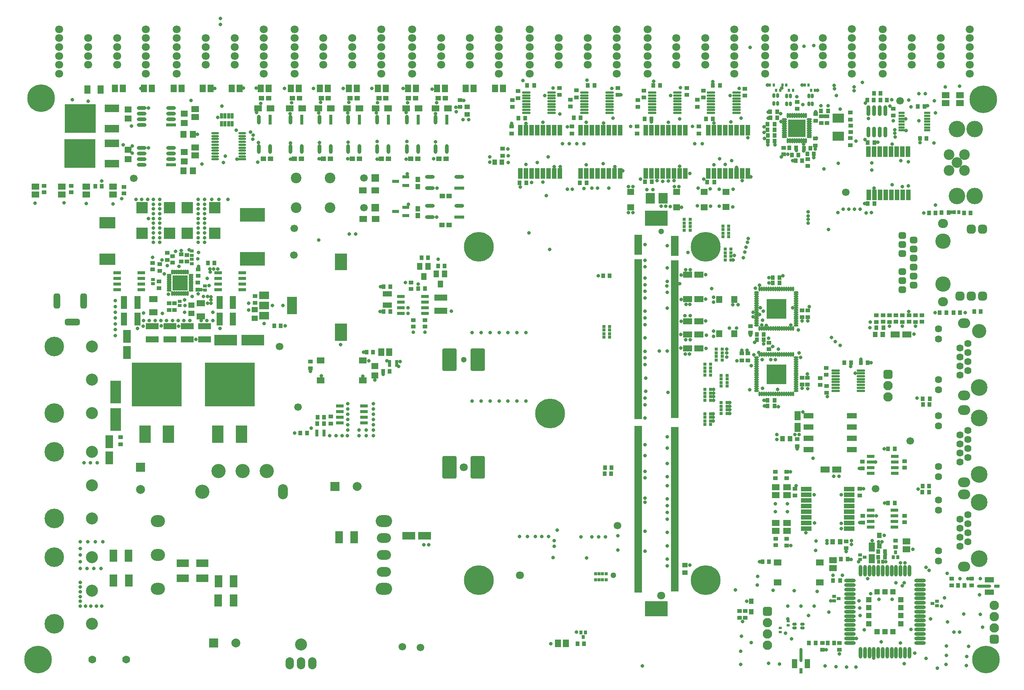
<source format=gts>
G04*
G04 #@! TF.GenerationSoftware,Altium Limited,Altium Designer,18.1.8 (232)*
G04*
G04 Layer_Color=8388736*
%FSLAX25Y25*%
%MOIN*%
G70*
G01*
G75*
%ADD120R,0.05512X0.07677*%
%ADD121O,0.08661X0.03150*%
%ADD122R,0.08661X0.03150*%
%ADD123R,0.06787X0.01987*%
%ADD124O,0.06787X0.01987*%
%ADD125O,0.07480X0.02047*%
%ADD126O,0.03150X0.08661*%
%ADD127R,0.03150X0.08661*%
%ADD128R,0.03543X0.04134*%
%ADD129R,0.06575X0.11693*%
%ADD130R,0.04134X0.03347*%
%ADD131R,0.04134X0.03543*%
%ADD132R,0.04055X0.04724*%
%ADD133R,0.10787X0.06787*%
%ADD134C,0.06693*%
%ADD135R,0.03347X0.04134*%
%ADD136R,0.02756X0.02362*%
G04:AMPARAMS|DCode=137|XSize=37.4mil|YSize=24.41mil|CornerRadius=8.07mil|HoleSize=0mil|Usage=FLASHONLY|Rotation=90.000|XOffset=0mil|YOffset=0mil|HoleType=Round|Shape=RoundedRectangle|*
%AMROUNDEDRECTD137*
21,1,0.03740,0.00827,0,0,90.0*
21,1,0.02126,0.02441,0,0,90.0*
1,1,0.01614,0.00413,0.01063*
1,1,0.01614,0.00413,-0.01063*
1,1,0.01614,-0.00413,-0.01063*
1,1,0.01614,-0.00413,0.01063*
%
%ADD137ROUNDEDRECTD137*%
%ADD138R,0.02362X0.02756*%
%ADD139R,0.06575X0.05354*%
%ADD140R,0.02756X0.03150*%
%ADD141R,0.05354X0.06575*%
%ADD142R,0.08661X0.04724*%
%ADD143R,0.06693X0.01968*%
%ADD144R,0.06787X0.10787*%
%ADD145R,0.02598X0.03347*%
%ADD146R,0.06299X0.05512*%
%ADD147R,0.07874X0.05709*%
%ADD148R,0.03032X0.01968*%
%ADD149R,0.05512X0.04724*%
%ADD150R,0.20079X0.09252*%
%ADD151R,0.05315X0.11417*%
%ADD152R,0.44094X0.38780*%
%ADD153R,0.09921X0.15787*%
%ADD154R,0.11417X0.05315*%
%ADD155R,0.10039X0.10433*%
%ADD156R,0.07087X0.03150*%
%ADD157R,0.06496X0.03150*%
%ADD158R,0.05906X0.05512*%
%ADD159R,0.05512X0.05906*%
%ADD160R,0.04587X0.04187*%
%ADD161R,0.06787X0.05787*%
%ADD162R,0.04724X0.04213*%
%ADD163R,0.03071X0.03386*%
%ADD164R,0.04213X0.04724*%
%ADD165R,0.11024X0.15197*%
%ADD166R,0.11024X0.14724*%
%ADD167R,0.04724X0.06299*%
%ADD168R,0.07874X0.04724*%
%ADD169O,0.04134X0.01968*%
%ADD170O,0.01968X0.04134*%
%ADD171R,0.17520X0.17520*%
%ADD172R,0.05709X0.07874*%
%ADD173R,0.03347X0.02598*%
%ADD174R,0.04724X0.04724*%
%ADD175O,0.03150X0.10236*%
%ADD176O,0.10236X0.03150*%
G04:AMPARAMS|DCode=177|XSize=37.4mil|YSize=24.41mil|CornerRadius=8.07mil|HoleSize=0mil|Usage=FLASHONLY|Rotation=0.000|XOffset=0mil|YOffset=0mil|HoleType=Round|Shape=RoundedRectangle|*
%AMROUNDEDRECTD177*
21,1,0.03740,0.00827,0,0,0.0*
21,1,0.02126,0.02441,0,0,0.0*
1,1,0.01614,0.01063,-0.00413*
1,1,0.01614,-0.01063,-0.00413*
1,1,0.01614,-0.01063,0.00413*
1,1,0.01614,0.01063,0.00413*
%
%ADD177ROUNDEDRECTD177*%
%ADD178O,0.03543X0.09449*%
%ADD179R,0.03937X0.09449*%
%ADD180R,0.07677X0.05512*%
%ADD181R,0.03228X0.03032*%
%ADD182R,0.03386X0.03071*%
%ADD183R,0.13583X0.13583*%
%ADD184O,0.04331X0.01968*%
%ADD185O,0.01968X0.04331*%
%ADD186R,0.07874X0.09646*%
%ADD187R,0.17520X0.17520*%
%ADD188O,0.01968X0.04528*%
%ADD189O,0.04528X0.01968*%
%ADD190R,0.15354X0.15354*%
%ADD191R,0.10236X0.08268*%
%ADD192R,0.03150X0.04724*%
%ADD193R,0.04724X0.07874*%
%ADD194O,0.02756X0.12598*%
%ADD195R,0.04724X0.03150*%
%ADD196R,0.07874X0.04724*%
%ADD197O,0.12598X0.02756*%
%ADD198R,0.06693X0.05512*%
%ADD199R,0.12598X0.07087*%
%ADD200R,0.27559X0.25197*%
G04:AMPARAMS|DCode=201|XSize=196.85mil|YSize=125.98mil|CornerRadius=11.02mil|HoleSize=0mil|Usage=FLASHONLY|Rotation=90.000|XOffset=0mil|YOffset=0mil|HoleType=Round|Shape=RoundedRectangle|*
%AMROUNDEDRECTD201*
21,1,0.19685,0.10394,0,0,90.0*
21,1,0.17480,0.12598,0,0,90.0*
1,1,0.02205,0.05197,0.08740*
1,1,0.02205,0.05197,-0.08740*
1,1,0.02205,-0.05197,-0.08740*
1,1,0.02205,-0.05197,0.08740*
%
%ADD201ROUNDEDRECTD201*%
%ADD202R,0.20472X0.13780*%
%ADD203R,0.05748X0.02205*%
%ADD204R,0.09449X0.03937*%
%ADD205R,0.02787X0.04787*%
%ADD206R,0.03150X0.02756*%
%ADD207R,0.04187X0.04587*%
%ADD208R,0.08661X0.06693*%
%ADD209R,0.08661X0.15748*%
%ADD210R,0.14173X0.10236*%
%ADD211R,0.22047X0.12205*%
%ADD212R,0.11693X0.06575*%
%ADD213R,0.09252X0.20079*%
%ADD214R,0.05512X0.06299*%
%ADD215O,0.07480X0.10630*%
%ADD216C,0.10630*%
%ADD217R,0.07874X0.07874*%
%ADD218C,0.07874*%
%ADD219R,0.07874X0.07874*%
%ADD220C,0.06987*%
G04:AMPARAMS|DCode=221|XSize=132.87mil|YSize=57.87mil|CornerRadius=16.44mil|HoleSize=0mil|Usage=FLASHONLY|Rotation=0.000|XOffset=0mil|YOffset=0mil|HoleType=Round|Shape=RoundedRectangle|*
%AMROUNDEDRECTD221*
21,1,0.13287,0.02500,0,0,0.0*
21,1,0.10000,0.05787,0,0,0.0*
1,1,0.03287,0.05000,-0.01250*
1,1,0.03287,-0.05000,-0.01250*
1,1,0.03287,-0.05000,0.01250*
1,1,0.03287,0.05000,0.01250*
%
%ADD221ROUNDEDRECTD221*%
G04:AMPARAMS|DCode=222|XSize=132.87mil|YSize=57.87mil|CornerRadius=16.44mil|HoleSize=0mil|Usage=FLASHONLY|Rotation=270.000|XOffset=0mil|YOffset=0mil|HoleType=Round|Shape=RoundedRectangle|*
%AMROUNDEDRECTD222*
21,1,0.13287,0.02500,0,0,270.0*
21,1,0.10000,0.05787,0,0,270.0*
1,1,0.03287,-0.01250,-0.05000*
1,1,0.03287,-0.01250,0.05000*
1,1,0.03287,0.01250,0.05000*
1,1,0.03287,0.01250,-0.05000*
%
%ADD222ROUNDEDRECTD222*%
%ADD223C,0.07087*%
%ADD224C,0.08287*%
G04:AMPARAMS|DCode=225|XSize=82.87mil|YSize=82.87mil|CornerRadius=22.69mil|HoleSize=0mil|Usage=FLASHONLY|Rotation=180.000|XOffset=0mil|YOffset=0mil|HoleType=Round|Shape=RoundedRectangle|*
%AMROUNDEDRECTD225*
21,1,0.08287,0.03750,0,0,180.0*
21,1,0.03750,0.08287,0,0,180.0*
1,1,0.04537,-0.01875,0.01875*
1,1,0.04537,0.01875,0.01875*
1,1,0.04537,0.01875,-0.01875*
1,1,0.04537,-0.01875,-0.01875*
%
%ADD225ROUNDEDRECTD225*%
%ADD226C,0.05118*%
%ADD227C,0.09449*%
%ADD228R,0.06693X0.06693*%
%ADD229C,0.12598*%
%ADD230O,0.08661X0.13386*%
%ADD231C,0.14787*%
%ADD232O,0.10787X0.08787*%
%ADD233C,0.06387*%
%ADD234C,0.24410*%
%ADD235C,0.26378*%
%ADD236C,0.14567*%
%ADD237C,0.13587*%
G04:AMPARAMS|DCode=238|XSize=57.87mil|YSize=67.87mil|CornerRadius=16.44mil|HoleSize=0mil|Usage=FLASHONLY|Rotation=90.000|XOffset=0mil|YOffset=0mil|HoleType=Round|Shape=RoundedRectangle|*
%AMROUNDEDRECTD238*
21,1,0.05787,0.03500,0,0,90.0*
21,1,0.02500,0.06787,0,0,90.0*
1,1,0.03287,0.01750,0.01250*
1,1,0.03287,0.01750,-0.01250*
1,1,0.03287,-0.01750,-0.01250*
1,1,0.03287,-0.01750,0.01250*
%
%ADD238ROUNDEDRECTD238*%
%ADD239O,0.08787X0.08187*%
G04:AMPARAMS|DCode=240|XSize=77.87mil|YSize=77.87mil|CornerRadius=21.44mil|HoleSize=0mil|Usage=FLASHONLY|Rotation=90.000|XOffset=0mil|YOffset=0mil|HoleType=Round|Shape=RoundedRectangle|*
%AMROUNDEDRECTD240*
21,1,0.07787,0.03500,0,0,90.0*
21,1,0.03500,0.07787,0,0,90.0*
1,1,0.04287,0.01750,0.01750*
1,1,0.04287,0.01750,-0.01750*
1,1,0.04287,-0.01750,-0.01750*
1,1,0.04287,-0.01750,0.01750*
%
%ADD240ROUNDEDRECTD240*%
%ADD241O,0.14567X0.10630*%
%ADD242O,0.12598X0.08661*%
%ADD243O,0.12598X0.10630*%
%ADD244C,0.10630*%
%ADD245C,0.17323*%
%ADD246C,0.03150*%
%ADD247C,0.02756*%
D120*
X71161Y521200D02*
D03*
X59350D02*
D03*
D121*
X107507Y504600D02*
D03*
Y489600D02*
D03*
Y494600D02*
D03*
X133493Y499600D02*
D03*
X133492Y494600D02*
D03*
X107507Y499600D02*
D03*
X133492Y504600D02*
D03*
Y469300D02*
D03*
X107507Y464300D02*
D03*
X133492Y459300D02*
D03*
X133493Y464300D02*
D03*
X107507Y459300D02*
D03*
Y454300D02*
D03*
Y469300D02*
D03*
X362608Y408200D02*
D03*
Y418200D02*
D03*
X388592D02*
D03*
Y443800D02*
D03*
X362608D02*
D03*
Y433800D02*
D03*
D122*
X133492Y489600D02*
D03*
Y454300D02*
D03*
X388592Y408200D02*
D03*
Y433800D02*
D03*
D123*
X196508Y459345D02*
D03*
D124*
X172492Y461904D02*
D03*
Y469581D02*
D03*
Y472140D02*
D03*
X196508Y479817D02*
D03*
Y472140D02*
D03*
Y482376D02*
D03*
Y461904D02*
D03*
Y469581D02*
D03*
X172492Y464463D02*
D03*
Y467022D02*
D03*
Y474699D02*
D03*
Y477258D02*
D03*
X196508D02*
D03*
Y474699D02*
D03*
Y467022D02*
D03*
Y464463D02*
D03*
X172492Y482376D02*
D03*
Y459345D02*
D03*
Y479817D02*
D03*
D125*
X470109Y500487D02*
D03*
Y503047D02*
D03*
Y505606D02*
D03*
Y508165D02*
D03*
Y510724D02*
D03*
Y513283D02*
D03*
Y515842D02*
D03*
Y518401D02*
D03*
X447668Y500487D02*
D03*
Y503047D02*
D03*
Y505606D02*
D03*
Y508165D02*
D03*
Y510724D02*
D03*
Y513283D02*
D03*
Y515842D02*
D03*
Y518401D02*
D03*
X521475Y500486D02*
D03*
Y503045D02*
D03*
Y505604D02*
D03*
Y508163D02*
D03*
Y510722D02*
D03*
Y513281D02*
D03*
Y515840D02*
D03*
Y518399D02*
D03*
X499034Y500486D02*
D03*
Y503045D02*
D03*
Y505604D02*
D03*
Y508163D02*
D03*
Y510722D02*
D03*
Y513281D02*
D03*
Y515840D02*
D03*
Y518399D02*
D03*
X581554Y500387D02*
D03*
Y502947D02*
D03*
Y505506D02*
D03*
Y508065D02*
D03*
Y510624D02*
D03*
Y513183D02*
D03*
Y515742D02*
D03*
Y518301D02*
D03*
X559113Y500387D02*
D03*
Y502947D02*
D03*
Y505506D02*
D03*
Y508065D02*
D03*
Y510624D02*
D03*
Y513183D02*
D03*
Y515742D02*
D03*
Y518301D02*
D03*
X633720Y500387D02*
D03*
Y502947D02*
D03*
Y505506D02*
D03*
Y508065D02*
D03*
Y510624D02*
D03*
Y513183D02*
D03*
Y515742D02*
D03*
Y518301D02*
D03*
X611280Y500387D02*
D03*
Y502947D02*
D03*
Y505506D02*
D03*
Y508065D02*
D03*
Y510624D02*
D03*
Y513183D02*
D03*
Y515742D02*
D03*
Y518301D02*
D03*
X743820Y254243D02*
D03*
Y256802D02*
D03*
Y259361D02*
D03*
Y261920D02*
D03*
Y264479D02*
D03*
Y267039D02*
D03*
Y269598D02*
D03*
Y272157D02*
D03*
X721380Y254243D02*
D03*
Y256802D02*
D03*
Y259361D02*
D03*
Y261920D02*
D03*
Y264479D02*
D03*
Y267039D02*
D03*
Y269598D02*
D03*
Y272157D02*
D03*
D126*
X315800Y494292D02*
D03*
Y468308D02*
D03*
X325800D02*
D03*
X342100Y494292D02*
D03*
Y468308D02*
D03*
X352100D02*
D03*
X367600Y494292D02*
D03*
Y468308D02*
D03*
X377600D02*
D03*
X211000Y494292D02*
D03*
Y468308D02*
D03*
X221000D02*
D03*
X249100D02*
D03*
X239100D02*
D03*
Y494292D02*
D03*
X264667D02*
D03*
Y468308D02*
D03*
X274667D02*
D03*
X300233D02*
D03*
X290233D02*
D03*
Y494292D02*
D03*
D127*
X325800D02*
D03*
X352100D02*
D03*
X377600D02*
D03*
X221000D02*
D03*
X249100D02*
D03*
X274667D02*
D03*
X300233D02*
D03*
D128*
X321449Y346400D02*
D03*
X327551D02*
D03*
X321449Y324300D02*
D03*
X327551D02*
D03*
X804185Y164469D02*
D03*
X798083D02*
D03*
X804626Y247188D02*
D03*
X798524D02*
D03*
X819488Y323425D02*
D03*
X813386D02*
D03*
X614051Y439000D02*
D03*
X607949D02*
D03*
X714652Y502216D02*
D03*
X708550D02*
D03*
X447951Y438300D02*
D03*
X441849D02*
D03*
X821351Y411949D02*
D03*
X815249D02*
D03*
X757586Y310100D02*
D03*
X763688D02*
D03*
X352149Y344600D02*
D03*
X358251D02*
D03*
X735138Y278937D02*
D03*
X729035D02*
D03*
X765151Y106654D02*
D03*
X759049D02*
D03*
X765151Y111600D02*
D03*
X759049D02*
D03*
X725351Y86200D02*
D03*
X719249D02*
D03*
X794095Y506004D02*
D03*
X800197D02*
D03*
X755951Y420100D02*
D03*
X749849D02*
D03*
X755851Y474000D02*
D03*
X749749D02*
D03*
X552849Y439300D02*
D03*
X558951D02*
D03*
X495149Y438300D02*
D03*
X501251D02*
D03*
X489737Y496098D02*
D03*
X495839D02*
D03*
X440846Y495768D02*
D03*
X446949D02*
D03*
X454626Y524902D02*
D03*
X448524D02*
D03*
X508169D02*
D03*
X502067D02*
D03*
X552449Y495200D02*
D03*
X558551D02*
D03*
X566240Y524902D02*
D03*
X560138D02*
D03*
X606849Y495200D02*
D03*
X612951D02*
D03*
X618996Y524902D02*
D03*
X612894D02*
D03*
X667351Y240700D02*
D03*
X661249D02*
D03*
X667351Y245800D02*
D03*
X661249D02*
D03*
X657776Y304232D02*
D03*
X651673D02*
D03*
X657874Y299508D02*
D03*
X651772D02*
D03*
X671751Y349713D02*
D03*
X665649D02*
D03*
X671751Y354413D02*
D03*
X665649D02*
D03*
X663645Y496054D02*
D03*
X669747D02*
D03*
X663545Y501254D02*
D03*
X669648D02*
D03*
X661236Y490554D02*
D03*
X667338D02*
D03*
X661281Y485487D02*
D03*
X667384D02*
D03*
X661384Y480421D02*
D03*
X667487D02*
D03*
X661384Y475354D02*
D03*
X667487D02*
D03*
X680449Y469300D02*
D03*
X686551D02*
D03*
X703951Y30600D02*
D03*
X697849D02*
D03*
X743799Y278937D02*
D03*
X749902D02*
D03*
D129*
X78642Y194823D02*
D03*
Y208917D02*
D03*
X94488Y302323D02*
D03*
Y288228D02*
D03*
D130*
X20965Y435854D02*
D03*
Y430146D02*
D03*
X91900Y434754D02*
D03*
Y429046D02*
D03*
X774500Y121291D02*
D03*
Y115583D02*
D03*
X45100Y435854D02*
D03*
Y430146D02*
D03*
X797800Y321175D02*
D03*
Y315466D02*
D03*
X786300Y321175D02*
D03*
Y315466D02*
D03*
X774799Y321175D02*
D03*
Y315466D02*
D03*
X763299Y321175D02*
D03*
Y315466D02*
D03*
X345700Y350054D02*
D03*
Y344346D02*
D03*
X347900Y311046D02*
D03*
Y316754D02*
D03*
X358000Y311046D02*
D03*
Y316754D02*
D03*
X772300Y503954D02*
D03*
Y498246D02*
D03*
X157400Y355946D02*
D03*
Y361654D02*
D03*
X147400Y368846D02*
D03*
Y374554D02*
D03*
X134900Y367591D02*
D03*
Y373300D02*
D03*
X123359Y366254D02*
D03*
Y360546D02*
D03*
X117000Y367554D02*
D03*
Y361846D02*
D03*
X646260Y311516D02*
D03*
Y305807D02*
D03*
X662400Y296752D02*
D03*
Y291043D02*
D03*
X703700Y493546D02*
D03*
Y499254D02*
D03*
X696901Y459271D02*
D03*
Y453562D02*
D03*
X675601Y463862D02*
D03*
Y469571D02*
D03*
X734650Y489071D02*
D03*
Y483362D02*
D03*
X668504Y123031D02*
D03*
Y117323D02*
D03*
X678150Y182382D02*
D03*
Y176673D02*
D03*
X678248Y117224D02*
D03*
Y122933D02*
D03*
X668209Y182382D02*
D03*
Y176673D02*
D03*
X782300Y186100D02*
D03*
Y191809D02*
D03*
Y137846D02*
D03*
Y143554D02*
D03*
D131*
X600575Y488287D02*
D03*
Y482185D02*
D03*
X545866Y488287D02*
D03*
Y482185D02*
D03*
X256835Y274064D02*
D03*
Y280166D02*
D03*
X274798Y225175D02*
D03*
Y231277D02*
D03*
X207700Y331949D02*
D03*
Y338051D02*
D03*
X641000Y521851D02*
D03*
Y515749D02*
D03*
X389280Y511754D02*
D03*
Y505651D02*
D03*
X792001Y315025D02*
D03*
Y321128D02*
D03*
X780500Y315025D02*
D03*
Y321128D02*
D03*
X769000Y315025D02*
D03*
Y321128D02*
D03*
X757500Y315025D02*
D03*
Y321128D02*
D03*
X641535Y59055D02*
D03*
Y52953D02*
D03*
X636603Y59051D02*
D03*
Y52949D02*
D03*
X687402Y205217D02*
D03*
Y211319D02*
D03*
X685600Y161353D02*
D03*
Y167455D02*
D03*
X730807Y114665D02*
D03*
Y120768D02*
D03*
X724800Y24786D02*
D03*
Y30888D02*
D03*
X122700Y344949D02*
D03*
Y351051D02*
D03*
X157100Y343896D02*
D03*
Y349998D02*
D03*
X142500Y374951D02*
D03*
Y368849D02*
D03*
X130109Y370149D02*
D03*
Y376251D02*
D03*
X426624Y462500D02*
D03*
Y468602D02*
D03*
X434744Y482185D02*
D03*
Y488287D02*
D03*
X487992Y482185D02*
D03*
Y488287D02*
D03*
X477165Y522539D02*
D03*
Y516437D02*
D03*
X528740D02*
D03*
Y522539D02*
D03*
X440488Y519651D02*
D03*
Y513549D02*
D03*
X435488Y511751D02*
D03*
Y505649D02*
D03*
X492088Y520250D02*
D03*
Y514147D02*
D03*
X486888Y512101D02*
D03*
Y505998D02*
D03*
X589800Y522451D02*
D03*
Y516349D02*
D03*
X546400Y511851D02*
D03*
Y505749D02*
D03*
X551900Y520051D02*
D03*
Y513949D02*
D03*
X604300Y520051D02*
D03*
Y513949D02*
D03*
X599100Y511951D02*
D03*
Y505849D02*
D03*
X643700Y281151D02*
D03*
Y287253D02*
D03*
X638400Y281151D02*
D03*
Y287253D02*
D03*
X696617Y265734D02*
D03*
Y259631D02*
D03*
X691717Y265734D02*
D03*
Y259631D02*
D03*
X696800Y325451D02*
D03*
Y319349D02*
D03*
X691900Y325551D02*
D03*
Y319449D02*
D03*
X713901Y497436D02*
D03*
Y491334D02*
D03*
X708901Y497436D02*
D03*
Y491334D02*
D03*
X687301Y510168D02*
D03*
Y504065D02*
D03*
X703347Y471510D02*
D03*
Y477612D02*
D03*
X734601Y500667D02*
D03*
Y494565D02*
D03*
Y471865D02*
D03*
Y477968D02*
D03*
X709700Y30892D02*
D03*
Y24790D02*
D03*
X841831Y87795D02*
D03*
Y81693D02*
D03*
X824209Y87795D02*
D03*
Y81693D02*
D03*
X88800Y206849D02*
D03*
Y212951D02*
D03*
X136500Y325798D02*
D03*
Y331900D02*
D03*
X131659Y325798D02*
D03*
Y331900D02*
D03*
X713300Y258451D02*
D03*
Y252349D02*
D03*
X713100Y274402D02*
D03*
Y268300D02*
D03*
X707700Y265551D02*
D03*
Y259449D02*
D03*
X742700Y167455D02*
D03*
Y161353D02*
D03*
X745177Y191535D02*
D03*
Y185433D02*
D03*
X745472Y143405D02*
D03*
Y137303D02*
D03*
D132*
X646752Y58543D02*
D03*
Y67835D02*
D03*
X760138Y116713D02*
D03*
Y126004D02*
D03*
D133*
X143900Y87950D02*
D03*
Y101450D02*
D03*
X161100Y87950D02*
D03*
Y101450D02*
D03*
D134*
X756693Y167400D02*
D03*
X730400Y430000D02*
D03*
X787300Y209600D02*
D03*
X528500Y134900D02*
D03*
X229300Y293300D02*
D03*
X242000Y374400D02*
D03*
X100300Y442400D02*
D03*
X304200Y442600D02*
D03*
X304100Y416400D02*
D03*
X778300Y511100D02*
D03*
X242500Y398000D02*
D03*
X354000Y26900D02*
D03*
X245900Y239800D02*
D03*
X338000Y27300D02*
D03*
D135*
X767946Y154904D02*
D03*
X773654D02*
D03*
X66546Y435400D02*
D03*
X72254D02*
D03*
X798524Y169882D02*
D03*
X804232D02*
D03*
X804528Y241971D02*
D03*
X798819D02*
D03*
X831486Y323425D02*
D03*
X825777D02*
D03*
X498775Y30113D02*
D03*
X493066D02*
D03*
X263089Y230726D02*
D03*
X268798D02*
D03*
X262943Y225226D02*
D03*
X268652D02*
D03*
X247943Y216728D02*
D03*
X253652D02*
D03*
X224746Y311591D02*
D03*
X230454D02*
D03*
X521358Y356004D02*
D03*
X515650D02*
D03*
X840954Y411900D02*
D03*
X835246D02*
D03*
X809854D02*
D03*
X804146D02*
D03*
X849700Y324300D02*
D03*
X843991D02*
D03*
X517146Y180600D02*
D03*
X522854D02*
D03*
X360954Y372000D02*
D03*
X355246D02*
D03*
X369746Y364900D02*
D03*
X375454D02*
D03*
X767946Y202704D02*
D03*
X773654D02*
D03*
X726279Y104921D02*
D03*
X731988D02*
D03*
X761146Y511900D02*
D03*
X766854D02*
D03*
X749500D02*
D03*
X755209D02*
D03*
X166105Y367400D02*
D03*
X171814D02*
D03*
X696359Y464128D02*
D03*
X702068D02*
D03*
X699017Y469049D02*
D03*
X693308D02*
D03*
X686247Y458016D02*
D03*
X691955D02*
D03*
X682746Y463000D02*
D03*
X688454D02*
D03*
X714346Y30600D02*
D03*
X720054D02*
D03*
X829823Y81693D02*
D03*
X835532D02*
D03*
X656846Y102700D02*
D03*
X662554D02*
D03*
X306480Y288291D02*
D03*
X312189D02*
D03*
X321080Y271391D02*
D03*
X326789D02*
D03*
X796063Y477756D02*
D03*
X801772D02*
D03*
X755346Y517800D02*
D03*
X761054D02*
D03*
X523054Y186200D02*
D03*
X517346D02*
D03*
D136*
X672400Y40528D02*
D03*
Y44072D02*
D03*
X679300Y46428D02*
D03*
Y49972D02*
D03*
D137*
X666929Y515914D02*
D03*
X697736Y515354D02*
D03*
X700886D02*
D03*
X678248D02*
D03*
X681398D02*
D03*
Y508268D02*
D03*
X678248D02*
D03*
X670079Y515914D02*
D03*
Y508828D02*
D03*
X666929D02*
D03*
X700886Y508268D02*
D03*
X697736D02*
D03*
D138*
X668928Y520400D02*
D03*
X703272D02*
D03*
X699728D02*
D03*
X693996Y525197D02*
D03*
X697539D02*
D03*
X674409D02*
D03*
X677953D02*
D03*
X683772Y520300D02*
D03*
X680228D02*
D03*
X672472Y520400D02*
D03*
X663228Y525100D02*
D03*
X666772D02*
D03*
D139*
X82111Y435108D02*
D03*
Y428100D02*
D03*
X58392Y435108D02*
D03*
Y428100D02*
D03*
X36700Y435108D02*
D03*
Y428100D02*
D03*
X154700Y469604D02*
D03*
Y462596D02*
D03*
X678346Y161753D02*
D03*
Y168761D02*
D03*
X784100Y113896D02*
D03*
Y120904D02*
D03*
X719095Y104193D02*
D03*
Y97185D02*
D03*
X818799Y509193D02*
D03*
Y516201D02*
D03*
X831299Y509193D02*
D03*
Y516201D02*
D03*
X154800Y503904D02*
D03*
Y496896D02*
D03*
X668307Y129961D02*
D03*
Y136969D02*
D03*
X668307Y168761D02*
D03*
Y161753D02*
D03*
X678346Y129961D02*
D03*
Y136969D02*
D03*
X13500Y435108D02*
D03*
Y428100D02*
D03*
D140*
X626772Y390650D02*
D03*
Y393799D02*
D03*
Y396949D02*
D03*
Y400098D02*
D03*
X621653Y393799D02*
D03*
Y390650D02*
D03*
Y396949D02*
D03*
Y400098D02*
D03*
X628900Y370201D02*
D03*
Y373350D02*
D03*
Y376500D02*
D03*
Y379650D02*
D03*
X623782Y373350D02*
D03*
Y370201D02*
D03*
Y376500D02*
D03*
Y379650D02*
D03*
X625318Y234201D02*
D03*
Y237350D02*
D03*
Y240500D02*
D03*
Y243650D02*
D03*
X620200Y237350D02*
D03*
Y234201D02*
D03*
Y240500D02*
D03*
Y243650D02*
D03*
X610818Y224301D02*
D03*
Y227450D02*
D03*
Y230600D02*
D03*
Y233750D02*
D03*
X605700Y227450D02*
D03*
Y224301D02*
D03*
Y230600D02*
D03*
Y233750D02*
D03*
X610818Y245850D02*
D03*
Y249000D02*
D03*
Y252150D02*
D03*
Y255299D02*
D03*
X605700Y249000D02*
D03*
Y245850D02*
D03*
Y252150D02*
D03*
Y255299D02*
D03*
X610818Y274500D02*
D03*
Y277650D02*
D03*
Y271350D02*
D03*
X605700Y268201D02*
D03*
Y274500D02*
D03*
Y277650D02*
D03*
Y271350D02*
D03*
X610818Y268201D02*
D03*
X521555Y301673D02*
D03*
Y304823D02*
D03*
Y311122D02*
D03*
Y307972D02*
D03*
X516437Y301673D02*
D03*
Y304823D02*
D03*
Y307972D02*
D03*
Y311122D02*
D03*
X587608Y406004D02*
D03*
Y402854D02*
D03*
Y396555D02*
D03*
Y399705D02*
D03*
X592726Y406004D02*
D03*
Y402854D02*
D03*
Y399705D02*
D03*
Y396555D02*
D03*
X615846Y290945D02*
D03*
Y287795D02*
D03*
Y281496D02*
D03*
Y284646D02*
D03*
X620965Y290945D02*
D03*
Y287795D02*
D03*
Y284646D02*
D03*
Y281496D02*
D03*
X620200Y267799D02*
D03*
Y264650D02*
D03*
Y258350D02*
D03*
Y261500D02*
D03*
X625318Y267799D02*
D03*
Y264650D02*
D03*
Y261500D02*
D03*
Y258350D02*
D03*
D141*
X482874Y30413D02*
D03*
X475866D02*
D03*
X319431Y288491D02*
D03*
X326439D02*
D03*
X83696Y522146D02*
D03*
X90704D02*
D03*
X109565D02*
D03*
X116573D02*
D03*
X135696D02*
D03*
X142704D02*
D03*
X161363D02*
D03*
X168371D02*
D03*
X187029D02*
D03*
X194037D02*
D03*
X212696D02*
D03*
X219704D02*
D03*
X239496D02*
D03*
X246504D02*
D03*
X265170D02*
D03*
X272178D02*
D03*
X290845D02*
D03*
X297853D02*
D03*
X316519D02*
D03*
X323527D02*
D03*
X342996D02*
D03*
X350004D02*
D03*
X368663D02*
D03*
X375671D02*
D03*
X394035D02*
D03*
X401043D02*
D03*
X419996D02*
D03*
X427004D02*
D03*
D142*
X735794Y202104D02*
D03*
Y212104D02*
D03*
Y222104D02*
D03*
Y232104D02*
D03*
X697606Y202104D02*
D03*
Y212104D02*
D03*
Y222104D02*
D03*
Y232104D02*
D03*
D143*
X578983Y337386D02*
D03*
Y339354D02*
D03*
Y359039D02*
D03*
Y361008D02*
D03*
Y343291D02*
D03*
Y345260D02*
D03*
Y79512D02*
D03*
Y81480D02*
D03*
Y83449D02*
D03*
Y85417D02*
D03*
Y87386D02*
D03*
Y89354D02*
D03*
Y193685D02*
D03*
Y191717D02*
D03*
Y189748D02*
D03*
Y187779D02*
D03*
Y185811D02*
D03*
Y183843D02*
D03*
Y181874D02*
D03*
Y179905D02*
D03*
Y177937D02*
D03*
Y175969D02*
D03*
Y174000D02*
D03*
Y172031D02*
D03*
Y170063D02*
D03*
Y168095D02*
D03*
Y114945D02*
D03*
Y116913D02*
D03*
Y118882D02*
D03*
Y120850D02*
D03*
Y122819D02*
D03*
Y124787D02*
D03*
Y126756D02*
D03*
Y128724D02*
D03*
Y130693D02*
D03*
Y132661D02*
D03*
Y134630D02*
D03*
Y136598D02*
D03*
Y138567D02*
D03*
Y140535D02*
D03*
Y142504D02*
D03*
Y144473D02*
D03*
Y146441D02*
D03*
Y148409D02*
D03*
Y150378D02*
D03*
Y152347D02*
D03*
Y154315D02*
D03*
Y156283D02*
D03*
Y158252D02*
D03*
Y160221D02*
D03*
Y162189D02*
D03*
Y164157D02*
D03*
Y166126D02*
D03*
Y91323D02*
D03*
Y93291D02*
D03*
Y95260D02*
D03*
Y97228D02*
D03*
Y99197D02*
D03*
Y101165D02*
D03*
Y103134D02*
D03*
Y105102D02*
D03*
Y107071D02*
D03*
Y109039D02*
D03*
Y111008D02*
D03*
Y112976D02*
D03*
Y77543D02*
D03*
Y268488D02*
D03*
Y266520D02*
D03*
Y264551D02*
D03*
Y262583D02*
D03*
X546700Y113961D02*
D03*
Y111992D02*
D03*
Y110024D02*
D03*
Y108055D02*
D03*
Y106087D02*
D03*
Y104118D02*
D03*
Y102150D02*
D03*
Y100181D02*
D03*
Y98213D02*
D03*
Y96244D02*
D03*
Y94276D02*
D03*
Y92307D02*
D03*
Y90339D02*
D03*
Y88370D02*
D03*
Y86402D02*
D03*
Y84433D02*
D03*
Y82465D02*
D03*
Y80496D02*
D03*
Y78528D02*
D03*
Y76559D02*
D03*
Y167110D02*
D03*
Y165142D02*
D03*
Y163173D02*
D03*
Y161205D02*
D03*
Y159236D02*
D03*
Y157268D02*
D03*
Y155299D02*
D03*
Y153331D02*
D03*
Y151362D02*
D03*
Y149394D02*
D03*
Y147425D02*
D03*
Y145457D02*
D03*
Y143488D02*
D03*
Y141520D02*
D03*
Y139551D02*
D03*
Y137583D02*
D03*
Y135614D02*
D03*
Y133646D02*
D03*
Y131677D02*
D03*
Y129709D02*
D03*
Y127740D02*
D03*
Y125772D02*
D03*
Y123803D02*
D03*
Y121835D02*
D03*
Y119866D02*
D03*
Y117898D02*
D03*
Y115929D02*
D03*
Y291126D02*
D03*
Y269472D02*
D03*
Y271441D02*
D03*
Y273410D02*
D03*
Y275378D02*
D03*
Y277346D02*
D03*
Y279315D02*
D03*
Y281283D02*
D03*
Y283252D02*
D03*
Y285221D02*
D03*
Y287189D02*
D03*
Y289158D02*
D03*
Y344276D02*
D03*
Y346244D02*
D03*
Y348213D02*
D03*
Y293094D02*
D03*
Y295063D02*
D03*
Y297031D02*
D03*
Y299000D02*
D03*
Y300969D02*
D03*
Y302937D02*
D03*
Y304906D02*
D03*
Y306874D02*
D03*
Y308842D02*
D03*
Y310811D02*
D03*
Y312779D02*
D03*
Y314748D02*
D03*
Y316717D02*
D03*
Y318685D02*
D03*
Y320654D02*
D03*
Y322622D02*
D03*
Y324591D02*
D03*
Y326559D02*
D03*
Y328528D02*
D03*
Y330496D02*
D03*
Y332465D02*
D03*
Y334433D02*
D03*
Y336402D02*
D03*
Y338370D02*
D03*
Y340339D02*
D03*
Y342307D02*
D03*
Y391520D02*
D03*
Y389551D02*
D03*
Y387583D02*
D03*
Y385614D02*
D03*
Y383646D02*
D03*
Y381677D02*
D03*
Y379709D02*
D03*
Y377740D02*
D03*
Y375772D02*
D03*
Y369866D02*
D03*
Y367898D02*
D03*
Y365929D02*
D03*
Y363961D02*
D03*
Y361992D02*
D03*
Y360024D02*
D03*
Y358055D02*
D03*
Y356087D02*
D03*
Y354118D02*
D03*
Y352150D02*
D03*
Y169079D02*
D03*
Y171047D02*
D03*
Y173016D02*
D03*
Y174984D02*
D03*
Y176953D02*
D03*
Y178921D02*
D03*
Y180890D02*
D03*
Y182858D02*
D03*
Y184827D02*
D03*
Y186795D02*
D03*
Y188764D02*
D03*
Y190732D02*
D03*
Y192701D02*
D03*
Y194669D02*
D03*
X578983Y294079D02*
D03*
Y296047D02*
D03*
Y298016D02*
D03*
Y299984D02*
D03*
Y301953D02*
D03*
Y303921D02*
D03*
Y305890D02*
D03*
Y307858D02*
D03*
Y309827D02*
D03*
Y311795D02*
D03*
Y313764D02*
D03*
Y315732D02*
D03*
Y317701D02*
D03*
Y319669D02*
D03*
Y321638D02*
D03*
Y323606D02*
D03*
Y325575D02*
D03*
Y327543D02*
D03*
Y329512D02*
D03*
Y331480D02*
D03*
Y333449D02*
D03*
Y335417D02*
D03*
Y341323D02*
D03*
Y347228D02*
D03*
Y349197D02*
D03*
Y351165D02*
D03*
Y353134D02*
D03*
Y355102D02*
D03*
Y357071D02*
D03*
Y362976D02*
D03*
Y364945D02*
D03*
Y366913D02*
D03*
Y368882D02*
D03*
Y374787D02*
D03*
Y376756D02*
D03*
Y378724D02*
D03*
Y380693D02*
D03*
Y382661D02*
D03*
Y384630D02*
D03*
Y386598D02*
D03*
Y388567D02*
D03*
Y390535D02*
D03*
Y195653D02*
D03*
Y197622D02*
D03*
Y199591D02*
D03*
Y201559D02*
D03*
Y203528D02*
D03*
Y205496D02*
D03*
Y207465D02*
D03*
Y209433D02*
D03*
Y211402D02*
D03*
Y213370D02*
D03*
Y215339D02*
D03*
Y217307D02*
D03*
Y219276D02*
D03*
Y221244D02*
D03*
Y231087D02*
D03*
Y233055D02*
D03*
Y235024D02*
D03*
Y236992D02*
D03*
Y238961D02*
D03*
Y240929D02*
D03*
Y242898D02*
D03*
Y244866D02*
D03*
Y246835D02*
D03*
Y248803D02*
D03*
Y250772D02*
D03*
Y252740D02*
D03*
Y254709D02*
D03*
Y256677D02*
D03*
Y258646D02*
D03*
Y260614D02*
D03*
Y270457D02*
D03*
Y272425D02*
D03*
Y274394D02*
D03*
Y276362D02*
D03*
Y278331D02*
D03*
Y280299D02*
D03*
Y282268D02*
D03*
Y284236D02*
D03*
Y286205D02*
D03*
Y288173D02*
D03*
Y290142D02*
D03*
Y292110D02*
D03*
X546700Y245850D02*
D03*
Y247819D02*
D03*
Y249787D02*
D03*
Y251756D02*
D03*
Y253724D02*
D03*
Y255693D02*
D03*
Y257661D02*
D03*
Y259630D02*
D03*
Y261598D02*
D03*
Y263567D02*
D03*
Y265535D02*
D03*
Y267504D02*
D03*
Y196638D02*
D03*
Y198606D02*
D03*
Y200575D02*
D03*
Y202543D02*
D03*
Y204512D02*
D03*
Y206480D02*
D03*
Y208449D02*
D03*
Y210417D02*
D03*
Y212386D02*
D03*
Y214354D02*
D03*
Y216323D02*
D03*
Y218291D02*
D03*
Y220260D02*
D03*
Y222228D02*
D03*
Y230102D02*
D03*
Y232071D02*
D03*
Y234039D02*
D03*
Y236008D02*
D03*
Y237976D02*
D03*
Y239945D02*
D03*
Y241913D02*
D03*
Y243882D02*
D03*
Y350181D02*
D03*
D144*
X96120Y86221D02*
D03*
X82620D02*
D03*
X82350Y108000D02*
D03*
X95850D02*
D03*
X175150Y68500D02*
D03*
X188650D02*
D03*
X175350Y85500D02*
D03*
X188850D02*
D03*
X295550Y124500D02*
D03*
X282050D02*
D03*
D145*
X496129Y40213D02*
D03*
X498098Y36079D02*
D03*
X500066Y40213D02*
D03*
X772400Y106800D02*
D03*
X774368Y110934D02*
D03*
X776337Y106800D02*
D03*
D146*
X624600Y430393D02*
D03*
Y417007D02*
D03*
X605000Y430293D02*
D03*
Y416907D02*
D03*
X580900Y430293D02*
D03*
Y416907D02*
D03*
X540200Y430293D02*
D03*
Y416907D02*
D03*
D147*
X600618Y315800D02*
D03*
X590382D02*
D03*
X600618Y291700D02*
D03*
X590382D02*
D03*
X600618Y304100D02*
D03*
X590382D02*
D03*
X600618Y357100D02*
D03*
X590382D02*
D03*
X600618Y335500D02*
D03*
X590382D02*
D03*
X784518Y304200D02*
D03*
X774282D02*
D03*
X712282Y184509D02*
D03*
X722518D02*
D03*
D148*
X268723Y218694D02*
D03*
Y216726D02*
D03*
Y214757D02*
D03*
X262502D02*
D03*
Y216726D02*
D03*
Y218694D02*
D03*
X326793Y276522D02*
D03*
Y278490D02*
D03*
Y280459D02*
D03*
X333013D02*
D03*
Y278490D02*
D03*
Y276522D02*
D03*
D149*
X207300Y325940D02*
D03*
Y318460D02*
D03*
X151600Y322660D02*
D03*
Y330140D02*
D03*
D150*
X181694Y299000D02*
D03*
X205906D02*
D03*
D151*
X176454Y317900D02*
D03*
X188265D02*
D03*
X176454Y332400D02*
D03*
X188265D02*
D03*
X103765Y317900D02*
D03*
X91954D02*
D03*
X103765Y332400D02*
D03*
X91954D02*
D03*
D152*
X185300Y259888D02*
D03*
X120696D02*
D03*
D153*
X195694Y215912D02*
D03*
X174906D02*
D03*
X131090D02*
D03*
X110302D02*
D03*
D154*
X132310Y311504D02*
D03*
Y299693D02*
D03*
X372044Y325044D02*
D03*
Y336856D02*
D03*
X163211Y311504D02*
D03*
Y299693D02*
D03*
X147761Y311504D02*
D03*
Y299693D02*
D03*
X116859Y311504D02*
D03*
Y299693D02*
D03*
D155*
X172255Y393800D02*
D03*
X147845D02*
D03*
X107845D02*
D03*
X132255D02*
D03*
X107845Y416308D02*
D03*
X132255D02*
D03*
X147845D02*
D03*
X172255D02*
D03*
D156*
X85729Y343702D02*
D03*
Y348702D02*
D03*
Y353702D02*
D03*
Y358702D02*
D03*
X106989D02*
D03*
Y353702D02*
D03*
Y348702D02*
D03*
Y343702D02*
D03*
X358130Y337900D02*
D03*
Y332900D02*
D03*
Y327900D02*
D03*
Y322900D02*
D03*
X336870D02*
D03*
Y327900D02*
D03*
Y332900D02*
D03*
Y337900D02*
D03*
X773630Y196200D02*
D03*
Y191200D02*
D03*
Y186200D02*
D03*
Y181200D02*
D03*
X752370D02*
D03*
Y186200D02*
D03*
Y191200D02*
D03*
Y196200D02*
D03*
X196330Y358700D02*
D03*
Y353700D02*
D03*
Y348700D02*
D03*
Y343700D02*
D03*
X175070D02*
D03*
Y348700D02*
D03*
Y353700D02*
D03*
Y358700D02*
D03*
X752362Y148465D02*
D03*
Y143465D02*
D03*
Y138465D02*
D03*
Y133465D02*
D03*
X773622D02*
D03*
Y138465D02*
D03*
Y143465D02*
D03*
Y148465D02*
D03*
X282825Y240726D02*
D03*
Y235726D02*
D03*
Y230726D02*
D03*
Y225726D02*
D03*
X304085D02*
D03*
Y230726D02*
D03*
Y235726D02*
D03*
Y240726D02*
D03*
D157*
X341226Y409260D02*
D03*
Y416740D02*
D03*
X331974Y413000D02*
D03*
X341226Y436160D02*
D03*
Y443640D02*
D03*
X331974Y439900D02*
D03*
D158*
X95300Y467734D02*
D03*
Y459466D02*
D03*
X145200Y499634D02*
D03*
Y491366D02*
D03*
X145000Y465834D02*
D03*
Y457566D02*
D03*
X313878Y276181D02*
D03*
Y267913D02*
D03*
X95300Y495266D02*
D03*
Y503534D02*
D03*
D159*
X152734Y449000D02*
D03*
X144466D02*
D03*
X152834Y481300D02*
D03*
X144566D02*
D03*
D160*
X240800Y513400D02*
D03*
X247000D02*
D03*
X213500D02*
D03*
X219700D02*
D03*
X266333D02*
D03*
X272533D02*
D03*
X291867D02*
D03*
X298067D02*
D03*
X317400D02*
D03*
X323600D02*
D03*
X343600D02*
D03*
X349800D02*
D03*
X369800D02*
D03*
X376000D02*
D03*
X370600Y459600D02*
D03*
X376800D02*
D03*
X345500D02*
D03*
X351700D02*
D03*
X319600D02*
D03*
X325800D02*
D03*
X293900D02*
D03*
X300100D02*
D03*
X268200D02*
D03*
X274400D02*
D03*
X242500D02*
D03*
X248700D02*
D03*
X215200D02*
D03*
X221400D02*
D03*
X379300Y401000D02*
D03*
X373100D02*
D03*
X379500Y426600D02*
D03*
X373300D02*
D03*
D161*
X221400Y504300D02*
D03*
X210400D02*
D03*
X249500D02*
D03*
X238500D02*
D03*
X274800Y504400D02*
D03*
X263800D02*
D03*
X300100D02*
D03*
X289100D02*
D03*
X325400D02*
D03*
X314400D02*
D03*
X352400D02*
D03*
X341400D02*
D03*
X378600D02*
D03*
X367600D02*
D03*
X303600Y406400D02*
D03*
X314600D02*
D03*
X303100Y431900D02*
D03*
X314100D02*
D03*
D162*
X395480Y505609D02*
D03*
Y498995D02*
D03*
X588100Y99607D02*
D03*
Y92993D02*
D03*
D163*
X826471Y412563D02*
D03*
X830329D02*
D03*
X759291Y102657D02*
D03*
X763150D02*
D03*
D164*
X763007Y304200D02*
D03*
X756393D02*
D03*
X680965Y211614D02*
D03*
X674350D02*
D03*
X725354Y120374D02*
D03*
X718740D02*
D03*
X419626Y456693D02*
D03*
X426240D02*
D03*
D165*
X283700Y306098D02*
D03*
D166*
Y368302D02*
D03*
D167*
X360840Y364428D02*
D03*
X353360D02*
D03*
X357100Y355372D02*
D03*
X375500Y357800D02*
D03*
X368020D02*
D03*
X371760Y348745D02*
D03*
D168*
X324900Y330179D02*
D03*
Y340021D02*
D03*
D169*
X651480Y283664D02*
D03*
Y281695D02*
D03*
Y279727D02*
D03*
Y277758D02*
D03*
Y275790D02*
D03*
Y273821D02*
D03*
Y271853D02*
D03*
Y269884D02*
D03*
Y267916D02*
D03*
Y265947D02*
D03*
Y263979D02*
D03*
Y262010D02*
D03*
Y260042D02*
D03*
Y258073D02*
D03*
Y256105D02*
D03*
Y254136D02*
D03*
X686520D02*
D03*
Y256105D02*
D03*
Y258073D02*
D03*
Y260042D02*
D03*
Y262010D02*
D03*
Y263979D02*
D03*
Y265947D02*
D03*
Y267916D02*
D03*
Y269884D02*
D03*
Y271853D02*
D03*
Y273821D02*
D03*
Y275790D02*
D03*
Y277758D02*
D03*
Y279727D02*
D03*
Y281695D02*
D03*
Y283664D02*
D03*
X651480Y312036D02*
D03*
Y314005D02*
D03*
Y315973D02*
D03*
Y317942D02*
D03*
Y319910D02*
D03*
Y321879D02*
D03*
Y323847D02*
D03*
Y325816D02*
D03*
Y327784D02*
D03*
Y329753D02*
D03*
Y331721D02*
D03*
Y333690D02*
D03*
Y335658D02*
D03*
Y337627D02*
D03*
Y339595D02*
D03*
Y341564D02*
D03*
X686520D02*
D03*
Y339595D02*
D03*
Y337627D02*
D03*
Y335658D02*
D03*
Y333690D02*
D03*
Y331721D02*
D03*
Y329753D02*
D03*
Y327784D02*
D03*
Y325816D02*
D03*
Y323847D02*
D03*
Y321879D02*
D03*
Y319910D02*
D03*
Y317942D02*
D03*
Y315973D02*
D03*
Y314005D02*
D03*
Y312036D02*
D03*
D170*
X654236Y251380D02*
D03*
X656205D02*
D03*
X658173D02*
D03*
X660142D02*
D03*
X662110D02*
D03*
X664079D02*
D03*
X666047D02*
D03*
X668016D02*
D03*
X669984D02*
D03*
X671953D02*
D03*
X673921D02*
D03*
X675890D02*
D03*
X677858D02*
D03*
X679827D02*
D03*
X681795D02*
D03*
X683764D02*
D03*
Y286420D02*
D03*
X681795D02*
D03*
X679827D02*
D03*
X677858D02*
D03*
X675890D02*
D03*
X673921D02*
D03*
X671953D02*
D03*
X669984D02*
D03*
X668016D02*
D03*
X666047D02*
D03*
X664079D02*
D03*
X662110D02*
D03*
X660142D02*
D03*
X658173D02*
D03*
X656205D02*
D03*
X654236D02*
D03*
Y344320D02*
D03*
X656205D02*
D03*
X658173D02*
D03*
X660142D02*
D03*
X662110D02*
D03*
X664079D02*
D03*
X666047D02*
D03*
X668016D02*
D03*
X669984D02*
D03*
X671953D02*
D03*
X673921D02*
D03*
X675890D02*
D03*
X677858D02*
D03*
X679827D02*
D03*
X681795D02*
D03*
X683764D02*
D03*
Y309280D02*
D03*
X681795D02*
D03*
X679827D02*
D03*
X677858D02*
D03*
X675890D02*
D03*
X673921D02*
D03*
X671953D02*
D03*
X669984D02*
D03*
X668016D02*
D03*
X666047D02*
D03*
X664079D02*
D03*
X662110D02*
D03*
X660142D02*
D03*
X658173D02*
D03*
X656205D02*
D03*
X654236D02*
D03*
D171*
X669000Y268900D02*
D03*
D172*
X687800Y232140D02*
D03*
Y221904D02*
D03*
X753445Y115650D02*
D03*
Y105413D02*
D03*
D173*
X743110Y108760D02*
D03*
X747244Y106791D02*
D03*
X743110Y104823D02*
D03*
X720100Y72137D02*
D03*
X724234Y70169D02*
D03*
X720100Y68200D02*
D03*
X811100Y67800D02*
D03*
X806966Y65832D02*
D03*
X811100Y63863D02*
D03*
D174*
X758011Y76180D02*
D03*
X765098D02*
D03*
X772184D02*
D03*
X779271Y69094D02*
D03*
Y62007D02*
D03*
Y54921D02*
D03*
Y47834D02*
D03*
X772184Y40747D02*
D03*
X765098D02*
D03*
X758011D02*
D03*
X750924Y47834D02*
D03*
Y54921D02*
D03*
Y62007D02*
D03*
Y69094D02*
D03*
D175*
X743444Y94881D02*
D03*
X747381D02*
D03*
X751318D02*
D03*
X755255D02*
D03*
X759192D02*
D03*
X763129D02*
D03*
X767066D02*
D03*
X771003D02*
D03*
X774940D02*
D03*
X778877D02*
D03*
X782814D02*
D03*
X786751D02*
D03*
Y22046D02*
D03*
X782814D02*
D03*
X778877D02*
D03*
X774940D02*
D03*
X771003D02*
D03*
X767066D02*
D03*
X763129D02*
D03*
X759192D02*
D03*
X755255D02*
D03*
X751318D02*
D03*
X747381D02*
D03*
X743444D02*
D03*
D176*
X796200Y86023D02*
D03*
Y82086D02*
D03*
Y78149D02*
D03*
Y74212D02*
D03*
Y70275D02*
D03*
Y66338D02*
D03*
Y62401D02*
D03*
Y58464D02*
D03*
Y54527D02*
D03*
Y50590D02*
D03*
Y46653D02*
D03*
Y42716D02*
D03*
Y38779D02*
D03*
Y34842D02*
D03*
Y30905D02*
D03*
X733995D02*
D03*
Y34842D02*
D03*
Y38779D02*
D03*
Y42716D02*
D03*
Y46653D02*
D03*
Y50590D02*
D03*
Y54527D02*
D03*
Y58464D02*
D03*
Y62401D02*
D03*
Y66338D02*
D03*
Y70275D02*
D03*
Y74212D02*
D03*
Y78149D02*
D03*
Y82086D02*
D03*
Y86023D02*
D03*
D177*
X692143Y47275D02*
D03*
Y44125D02*
D03*
X685057D02*
D03*
Y47275D02*
D03*
D178*
X765500Y502349D02*
D03*
X760500D02*
D03*
X755500D02*
D03*
X750500D02*
D03*
X765500Y483451D02*
D03*
X760500D02*
D03*
X755500D02*
D03*
X750500D02*
D03*
D179*
X750561Y466094D02*
D03*
X755561D02*
D03*
X785561D02*
D03*
X780561D02*
D03*
X775561D02*
D03*
X770561D02*
D03*
X765561D02*
D03*
X760561D02*
D03*
X785639Y427906D02*
D03*
X750639D02*
D03*
X755639D02*
D03*
X760639D02*
D03*
X770639D02*
D03*
X775639D02*
D03*
X780639D02*
D03*
X765639D02*
D03*
X457439Y446805D02*
D03*
X472439D02*
D03*
X467439D02*
D03*
X462439D02*
D03*
X452439D02*
D03*
X447439D02*
D03*
X442439D02*
D03*
X477439D02*
D03*
X452361Y484995D02*
D03*
X457361D02*
D03*
X462361D02*
D03*
X467361D02*
D03*
X472361D02*
D03*
X477361D02*
D03*
X447361D02*
D03*
X442361D02*
D03*
X510939Y446805D02*
D03*
X525939D02*
D03*
X520939D02*
D03*
X515939D02*
D03*
X505939D02*
D03*
X500939D02*
D03*
X495939D02*
D03*
X530939D02*
D03*
X505861Y484995D02*
D03*
X510861D02*
D03*
X515861D02*
D03*
X520861D02*
D03*
X525861D02*
D03*
X530861D02*
D03*
X500861D02*
D03*
X495861D02*
D03*
X623939Y446805D02*
D03*
X638939D02*
D03*
X633939D02*
D03*
X628939D02*
D03*
X618939D02*
D03*
X613939D02*
D03*
X608939D02*
D03*
X643939D02*
D03*
X618861Y484995D02*
D03*
X623861D02*
D03*
X628861D02*
D03*
X633861D02*
D03*
X638861D02*
D03*
X643861D02*
D03*
X613861D02*
D03*
X608861D02*
D03*
X568539Y446805D02*
D03*
X583539D02*
D03*
X578539D02*
D03*
X573539D02*
D03*
X563539D02*
D03*
X558539D02*
D03*
X553539D02*
D03*
X588539D02*
D03*
X563461Y484995D02*
D03*
X568461D02*
D03*
X573461D02*
D03*
X578461D02*
D03*
X583461D02*
D03*
X588461D02*
D03*
X558461D02*
D03*
X553461D02*
D03*
D180*
X117900Y323594D02*
D03*
Y335405D02*
D03*
X159859Y319994D02*
D03*
Y331805D02*
D03*
D181*
X117500Y352890D02*
D03*
Y349110D02*
D03*
X163600Y343310D02*
D03*
Y347090D02*
D03*
X151723Y366852D02*
D03*
Y370632D02*
D03*
X141100Y333490D02*
D03*
Y329710D02*
D03*
D182*
X151700Y377929D02*
D03*
Y374071D02*
D03*
D183*
X141359Y349900D02*
D03*
D184*
X151005Y356790D02*
D03*
Y354821D02*
D03*
Y352853D02*
D03*
Y350884D02*
D03*
Y348916D02*
D03*
Y346947D02*
D03*
Y344979D02*
D03*
Y343010D02*
D03*
X131714D02*
D03*
Y344979D02*
D03*
Y346947D02*
D03*
Y348916D02*
D03*
Y350884D02*
D03*
Y352853D02*
D03*
Y354821D02*
D03*
Y356790D02*
D03*
D185*
X148249Y340254D02*
D03*
X146281D02*
D03*
X144312D02*
D03*
X142344D02*
D03*
X140375D02*
D03*
X138407D02*
D03*
X136438D02*
D03*
X134470D02*
D03*
Y359546D02*
D03*
X136438D02*
D03*
X138407D02*
D03*
X140375D02*
D03*
X142344D02*
D03*
X144312D02*
D03*
X146281D02*
D03*
X148249D02*
D03*
D186*
X557291Y424900D02*
D03*
X568709D02*
D03*
D187*
X669000Y326800D02*
D03*
D188*
X694980Y497933D02*
D03*
X693012D02*
D03*
X691043D02*
D03*
X689075D02*
D03*
X687106D02*
D03*
X685138D02*
D03*
X683169D02*
D03*
X681201D02*
D03*
X679232D02*
D03*
Y475689D02*
D03*
X681201D02*
D03*
X683169D02*
D03*
X685138D02*
D03*
X687106D02*
D03*
X689075D02*
D03*
X691043D02*
D03*
X693012D02*
D03*
X694980D02*
D03*
D189*
X675984Y494685D02*
D03*
Y492717D02*
D03*
Y490748D02*
D03*
Y488779D02*
D03*
Y486811D02*
D03*
Y484842D02*
D03*
Y482874D02*
D03*
Y480905D02*
D03*
Y478937D02*
D03*
X698228D02*
D03*
Y480905D02*
D03*
Y482874D02*
D03*
Y484842D02*
D03*
Y486811D02*
D03*
Y488779D02*
D03*
Y490748D02*
D03*
Y492717D02*
D03*
Y494685D02*
D03*
D190*
X687106Y486811D02*
D03*
D191*
X723901Y495887D02*
D03*
Y479745D02*
D03*
D192*
X690800Y6000D02*
D03*
D193*
X696312Y12500D02*
D03*
X685288D02*
D03*
D194*
X690800Y20193D02*
D03*
D195*
X864100Y81200D02*
D03*
D196*
X857600Y86712D02*
D03*
Y75688D02*
D03*
D197*
X852876Y81200D02*
D03*
D198*
X707501Y84442D02*
D03*
Y102158D02*
D03*
X670099D02*
D03*
Y84442D02*
D03*
X303035Y263262D02*
D03*
Y280979D02*
D03*
X265634D02*
D03*
Y263262D02*
D03*
D199*
X81068Y473257D02*
D03*
Y455265D02*
D03*
X81234Y504496D02*
D03*
Y486504D02*
D03*
D200*
X52800Y464261D02*
D03*
X52966Y495500D02*
D03*
D201*
X404752Y186402D02*
D03*
X379949D02*
D03*
Y281677D02*
D03*
X404752D02*
D03*
D202*
X562842Y61008D02*
D03*
Y407071D02*
D03*
D203*
X802517Y500277D02*
D03*
Y497718D02*
D03*
Y492600D02*
D03*
Y495159D02*
D03*
Y490041D02*
D03*
Y484923D02*
D03*
Y487482D02*
D03*
X779683Y500277D02*
D03*
Y497718D02*
D03*
Y495159D02*
D03*
Y490041D02*
D03*
Y492600D02*
D03*
Y484923D02*
D03*
Y487482D02*
D03*
D204*
X733495Y162043D02*
D03*
Y157043D02*
D03*
Y167043D02*
D03*
Y147043D02*
D03*
Y152043D02*
D03*
Y142043D02*
D03*
Y132043D02*
D03*
Y137043D02*
D03*
X695305Y161965D02*
D03*
Y166965D02*
D03*
Y156965D02*
D03*
Y151965D02*
D03*
Y141965D02*
D03*
Y146965D02*
D03*
Y131965D02*
D03*
Y136965D02*
D03*
D205*
X178050Y490781D02*
D03*
X181200Y497600D02*
D03*
X187500D02*
D03*
X184350D02*
D03*
X187500Y490781D02*
D03*
X184350D02*
D03*
X181200D02*
D03*
X178050Y497600D02*
D03*
D206*
X518405Y91929D02*
D03*
X515256D02*
D03*
X508957D02*
D03*
X512106D02*
D03*
X518405Y86811D02*
D03*
X515256D02*
D03*
X512106D02*
D03*
X508957D02*
D03*
D207*
X351800Y409300D02*
D03*
Y415500D02*
D03*
Y435100D02*
D03*
Y441300D02*
D03*
D208*
X215698Y338695D02*
D03*
Y320585D02*
D03*
Y329640D02*
D03*
D209*
X240502D02*
D03*
D210*
X77200Y370758D02*
D03*
Y403042D02*
D03*
D211*
X205300Y409988D02*
D03*
Y371012D02*
D03*
D212*
X343653Y125600D02*
D03*
X357747D02*
D03*
D213*
X84500Y253106D02*
D03*
Y228894D02*
D03*
D214*
X618507Y335039D02*
D03*
X631893D02*
D03*
X618507Y304600D02*
D03*
X631893D02*
D03*
D215*
X238600Y12600D02*
D03*
X258600D02*
D03*
X248600D02*
D03*
D216*
Y29411D02*
D03*
D217*
X106299Y186417D02*
D03*
D218*
Y166732D02*
D03*
X190743Y30900D02*
D03*
X298243Y169300D02*
D03*
D219*
X171057Y30900D02*
D03*
X278557Y169300D02*
D03*
D220*
X93800Y16100D02*
D03*
X63800D02*
D03*
D221*
X46279Y315058D02*
D03*
D222*
X56079Y333858D02*
D03*
X32579D02*
D03*
D223*
X450872Y566651D02*
D03*
Y535155D02*
D03*
X527643Y566651D02*
D03*
Y535155D02*
D03*
X450872Y543029D02*
D03*
Y550903D02*
D03*
Y558777D02*
D03*
X476462Y543029D02*
D03*
Y550903D02*
D03*
Y558777D02*
D03*
X502053Y543029D02*
D03*
Y550903D02*
D03*
Y558777D02*
D03*
X527643D02*
D03*
Y550903D02*
D03*
Y543029D02*
D03*
Y574525D02*
D03*
X450872D02*
D03*
X476462Y566651D02*
D03*
X502053D02*
D03*
X346766Y566651D02*
D03*
Y535155D02*
D03*
X423538Y566651D02*
D03*
Y535155D02*
D03*
X346766Y543029D02*
D03*
Y550903D02*
D03*
Y558777D02*
D03*
X372357Y543029D02*
D03*
Y550903D02*
D03*
Y558777D02*
D03*
X397947Y543029D02*
D03*
Y550903D02*
D03*
Y558777D02*
D03*
X423538D02*
D03*
Y550903D02*
D03*
Y543029D02*
D03*
Y574525D02*
D03*
X346766D02*
D03*
X372357Y566651D02*
D03*
X397947D02*
D03*
X242660Y566651D02*
D03*
Y535155D02*
D03*
X319432Y566651D02*
D03*
Y535155D02*
D03*
X242660Y543029D02*
D03*
Y550903D02*
D03*
Y558777D02*
D03*
X268251Y543029D02*
D03*
Y550903D02*
D03*
Y558777D02*
D03*
X293841Y543029D02*
D03*
Y550903D02*
D03*
Y558777D02*
D03*
X319432D02*
D03*
Y550903D02*
D03*
Y543029D02*
D03*
Y574525D02*
D03*
X242660D02*
D03*
X268251Y566651D02*
D03*
X293841D02*
D03*
X138555Y566651D02*
D03*
Y535155D02*
D03*
X215326Y566651D02*
D03*
Y535155D02*
D03*
X138555Y543029D02*
D03*
Y550903D02*
D03*
Y558777D02*
D03*
X164145Y543029D02*
D03*
Y550903D02*
D03*
Y558777D02*
D03*
X189736Y543029D02*
D03*
Y550903D02*
D03*
Y558777D02*
D03*
X215326D02*
D03*
Y550903D02*
D03*
Y543029D02*
D03*
Y574525D02*
D03*
X138555D02*
D03*
X164145Y566651D02*
D03*
X189736D02*
D03*
X34449Y566634D02*
D03*
Y535138D02*
D03*
X111221Y566634D02*
D03*
Y535138D02*
D03*
X34449Y543012D02*
D03*
Y550886D02*
D03*
Y558760D02*
D03*
X60039Y543012D02*
D03*
Y550886D02*
D03*
Y558760D02*
D03*
X85630Y543012D02*
D03*
Y550886D02*
D03*
Y558760D02*
D03*
X111221D02*
D03*
Y550886D02*
D03*
Y543012D02*
D03*
Y574508D02*
D03*
X34449D02*
D03*
X60039Y566634D02*
D03*
X85630D02*
D03*
X442155Y90648D02*
D03*
X554978Y566634D02*
D03*
Y535138D02*
D03*
X631749Y566634D02*
D03*
Y535138D02*
D03*
X554978Y543012D02*
D03*
Y550886D02*
D03*
Y558760D02*
D03*
X580568Y543012D02*
D03*
Y550886D02*
D03*
Y558760D02*
D03*
X606159Y543012D02*
D03*
Y550886D02*
D03*
Y558760D02*
D03*
X631749D02*
D03*
Y550886D02*
D03*
Y543012D02*
D03*
Y574508D02*
D03*
X554978D02*
D03*
X580568Y566634D02*
D03*
X606159D02*
D03*
X763189Y566634D02*
D03*
Y535138D02*
D03*
X839961Y566634D02*
D03*
Y535138D02*
D03*
X763189Y543012D02*
D03*
Y550886D02*
D03*
Y558760D02*
D03*
X788779Y543012D02*
D03*
Y550886D02*
D03*
Y558760D02*
D03*
X814370Y543012D02*
D03*
Y550886D02*
D03*
Y558760D02*
D03*
X839961D02*
D03*
Y550886D02*
D03*
Y543012D02*
D03*
Y574508D02*
D03*
X763189D02*
D03*
X788779Y566634D02*
D03*
X814370D02*
D03*
X659083Y566726D02*
D03*
Y535230D02*
D03*
X735855Y566726D02*
D03*
Y535230D02*
D03*
X659083Y543104D02*
D03*
Y550978D02*
D03*
Y558852D02*
D03*
X684674Y543104D02*
D03*
Y550978D02*
D03*
Y558852D02*
D03*
X710264Y543104D02*
D03*
Y550978D02*
D03*
Y558852D02*
D03*
X735855D02*
D03*
Y550978D02*
D03*
Y543104D02*
D03*
Y574600D02*
D03*
X659083D02*
D03*
X684674Y566726D02*
D03*
X710264D02*
D03*
X392350Y186402D02*
D03*
X567172Y72622D02*
D03*
D224*
X861909Y64114D02*
D03*
Y54114D02*
D03*
X861909Y44114D02*
D03*
X661100Y28800D02*
D03*
Y38800D02*
D03*
X661100Y48800D02*
D03*
X767800Y248900D02*
D03*
X767800Y258900D02*
D03*
D225*
X861909Y34114D02*
D03*
X661100Y58800D02*
D03*
X767800Y268900D02*
D03*
D226*
X524832Y90648D02*
D03*
X392350Y281677D02*
D03*
X567172Y395457D02*
D03*
D227*
X274200Y442600D02*
D03*
X244200D02*
D03*
X274100Y416400D02*
D03*
X244100D02*
D03*
X821663Y449463D02*
D03*
Y463400D02*
D03*
X835600Y449463D02*
D03*
Y463400D02*
D03*
X828631Y456431D02*
D03*
D228*
X314200Y442600D02*
D03*
X314100Y416400D02*
D03*
D229*
X161270Y164865D02*
D03*
X175601Y182935D02*
D03*
X196900D02*
D03*
X218199D02*
D03*
X848500Y307100D02*
D03*
D230*
X232530Y164865D02*
D03*
D231*
X848500Y105300D02*
D03*
Y155300D02*
D03*
Y230100D02*
D03*
Y180100D02*
D03*
Y257100D02*
D03*
D232*
X835000Y98300D02*
D03*
Y162300D02*
D03*
Y237100D02*
D03*
Y173100D02*
D03*
Y250100D02*
D03*
Y314100D02*
D03*
D233*
X838500Y144300D02*
D03*
X831500Y140300D02*
D03*
Y124300D02*
D03*
X812500Y148300D02*
D03*
X838500Y136300D02*
D03*
X812500Y103300D02*
D03*
X838500Y120300D02*
D03*
Y128300D02*
D03*
X812500Y112300D02*
D03*
X831500Y116300D02*
D03*
Y132300D02*
D03*
X812500Y157300D02*
D03*
Y232100D02*
D03*
X831500Y207100D02*
D03*
Y191100D02*
D03*
X812500Y187100D02*
D03*
X838500Y203100D02*
D03*
Y195100D02*
D03*
X812500Y178100D02*
D03*
X838500Y211100D02*
D03*
X812500Y223100D02*
D03*
X831500Y199100D02*
D03*
Y215100D02*
D03*
X838500Y219100D02*
D03*
Y296100D02*
D03*
X831500Y292100D02*
D03*
Y276100D02*
D03*
X812500Y300100D02*
D03*
X838500Y288100D02*
D03*
X812500Y255100D02*
D03*
X838500Y272100D02*
D03*
Y280100D02*
D03*
X812500Y264100D02*
D03*
X831500Y268100D02*
D03*
Y284100D02*
D03*
X812500Y309100D02*
D03*
D234*
X852048Y512371D02*
D03*
X18448Y513371D02*
D03*
X854300Y16100D02*
D03*
X15900D02*
D03*
D235*
X468747Y234039D02*
D03*
X405755Y381677D02*
D03*
Y86402D02*
D03*
X606542Y86402D02*
D03*
Y381677D02*
D03*
D236*
X844380Y485959D02*
D03*
Y426904D02*
D03*
X828631Y485959D02*
D03*
Y426904D02*
D03*
D237*
X816565Y348800D02*
D03*
Y386800D02*
D03*
D238*
X790565Y387800D02*
D03*
Y379800D02*
D03*
Y371800D02*
D03*
Y363800D02*
D03*
Y355800D02*
D03*
Y347800D02*
D03*
X780565Y391800D02*
D03*
Y383800D02*
D03*
Y375800D02*
D03*
Y359800D02*
D03*
Y351800D02*
D03*
Y343800D02*
D03*
D239*
X816565Y402400D02*
D03*
Y333200D02*
D03*
D240*
X841565Y397400D02*
D03*
X851565D02*
D03*
X831565Y338200D02*
D03*
X841565D02*
D03*
X851565D02*
D03*
D241*
X321700Y78800D02*
D03*
Y138800D02*
D03*
D242*
Y93800D02*
D03*
Y108800D02*
D03*
Y123800D02*
D03*
D243*
X121700Y138800D02*
D03*
Y108800D02*
D03*
Y78800D02*
D03*
D244*
X63583Y106693D02*
D03*
Y77165D02*
D03*
Y47638D02*
D03*
X63565Y200104D02*
D03*
Y170576D02*
D03*
Y141049D02*
D03*
X63484Y293504D02*
D03*
Y263976D02*
D03*
Y234449D02*
D03*
D245*
X30118Y106693D02*
D03*
Y47638D02*
D03*
X30100Y200104D02*
D03*
Y141049D02*
D03*
X30020Y293504D02*
D03*
Y234449D02*
D03*
D246*
X645900Y558300D02*
D03*
X702166Y560200D02*
D03*
X693500Y559500D02*
D03*
X168800Y337500D02*
D03*
X771400Y472600D02*
D03*
X686700Y467000D02*
D03*
X693100Y466900D02*
D03*
X693000Y472700D02*
D03*
X165700Y337600D02*
D03*
X99016Y471161D02*
D03*
X113500Y504800D02*
D03*
X99016Y464764D02*
D03*
X90987Y472047D02*
D03*
X106791Y522047D02*
D03*
X157310Y340100D02*
D03*
X168800Y331700D02*
D03*
X165900Y331721D02*
D03*
X162042Y337627D02*
D03*
X174800Y362200D02*
D03*
X167000Y347400D02*
D03*
X157800Y364425D02*
D03*
X149300Y379100D02*
D03*
X157790Y376596D02*
D03*
X140375Y364425D02*
D03*
X324300Y280800D02*
D03*
X206100Y480700D02*
D03*
X205800Y477100D02*
D03*
X191200Y484995D02*
D03*
X392600Y511300D02*
D03*
X477400Y499400D02*
D03*
X462500Y492002D02*
D03*
X524300Y495900D02*
D03*
X516100Y491300D02*
D03*
X583600Y495100D02*
D03*
X573400Y492000D02*
D03*
X637800Y495800D02*
D03*
X628800Y492400D02*
D03*
X673000Y492700D02*
D03*
X772600Y493400D02*
D03*
X773700Y482300D02*
D03*
X773800Y485500D02*
D03*
X753600Y456200D02*
D03*
X786100Y324400D02*
D03*
X630800Y370200D02*
D03*
X697100Y409200D02*
D03*
X697200Y402800D02*
D03*
X697146Y406004D02*
D03*
X654654Y327784D02*
D03*
X656205Y312300D02*
D03*
X648327Y319882D02*
D03*
X643100Y290100D02*
D03*
X638500Y290000D02*
D03*
X646703Y276500D02*
D03*
X656600Y281700D02*
D03*
X670000Y255300D02*
D03*
X572549Y289400D02*
D03*
X475200Y130900D02*
D03*
X469300Y30100D02*
D03*
X679200Y52000D02*
D03*
X677100Y39500D02*
D03*
X834941Y56403D02*
D03*
X849600Y56000D02*
D03*
X801600Y97700D02*
D03*
X804000Y95100D02*
D03*
X791614Y21900D02*
D03*
X552900Y247800D02*
D03*
X553300Y253700D02*
D03*
X552928Y318685D02*
D03*
Y300969D02*
D03*
Y289158D02*
D03*
Y283252D02*
D03*
X553300Y265535D02*
D03*
X552928Y277346D02*
D03*
Y312779D02*
D03*
X719095Y90600D02*
D03*
X714000Y249000D02*
D03*
X759900Y69554D02*
D03*
X747500Y476800D02*
D03*
X649900Y297000D02*
D03*
X179900Y456300D02*
D03*
X318600Y324400D02*
D03*
X318700Y346400D02*
D03*
X343300Y419300D02*
D03*
X434800Y491100D02*
D03*
X747900Y509100D02*
D03*
X705335Y520500D02*
D03*
X683600Y458000D02*
D03*
X673500Y461400D02*
D03*
X89879Y424300D02*
D03*
X72200Y440000D02*
D03*
X642800Y67900D02*
D03*
X743000Y55100D02*
D03*
X742800Y61800D02*
D03*
X703800Y112607D02*
D03*
X704200Y121200D02*
D03*
X646900Y31000D02*
D03*
X637300Y11700D02*
D03*
X697539Y55000D02*
D03*
X715400Y58000D02*
D03*
X705200Y76559D02*
D03*
X666000Y77458D02*
D03*
X684700Y77200D02*
D03*
X632800Y77800D02*
D03*
X801300Y17100D02*
D03*
X682300Y34500D02*
D03*
X638100Y36900D02*
D03*
X652200Y82200D02*
D03*
X652500Y89700D02*
D03*
X739600Y9300D02*
D03*
X731100Y9500D02*
D03*
X721882Y9900D02*
D03*
X712100Y10400D02*
D03*
X662000Y12800D02*
D03*
X671900Y12100D02*
D03*
X679000Y63500D02*
D03*
X690800Y63300D02*
D03*
X702300D02*
D03*
X837200Y10800D02*
D03*
X837400Y18600D02*
D03*
X839200Y27600D02*
D03*
X819200Y11700D02*
D03*
X819519Y19700D02*
D03*
X819600Y28000D02*
D03*
X831300Y87733D02*
D03*
X849500D02*
D03*
X848800Y73400D02*
D03*
X661544Y472100D02*
D03*
X658500Y477756D02*
D03*
X658000Y483000D02*
D03*
X658173Y488000D02*
D03*
X661900Y495887D02*
D03*
Y501154D02*
D03*
X778642Y30600D02*
D03*
X782200Y12500D02*
D03*
X755100Y17300D02*
D03*
X763189Y23700D02*
D03*
X751300Y25400D02*
D03*
X739900Y34700D02*
D03*
X746900Y42500D02*
D03*
X761700Y31900D02*
D03*
X724800Y21100D02*
D03*
X713100Y24900D02*
D03*
X782776Y101772D02*
D03*
X447361Y305600D02*
D03*
X439451D02*
D03*
X431540D02*
D03*
X423630D02*
D03*
X415720D02*
D03*
X407810D02*
D03*
X399900D02*
D03*
Y245100D02*
D03*
X407810D02*
D03*
X415720D02*
D03*
X423630D02*
D03*
X447361D02*
D03*
X439451D02*
D03*
X431540D02*
D03*
X296900Y393000D02*
D03*
X291200Y393200D02*
D03*
X264100Y387800D02*
D03*
X177200Y578900D02*
D03*
Y584200D02*
D03*
X720276Y524902D02*
D03*
X704400Y478100D02*
D03*
X711200Y450900D02*
D03*
X727300Y90800D02*
D03*
X565400Y289400D02*
D03*
X548800Y441800D02*
D03*
X604655Y441900D02*
D03*
X592500Y99600D02*
D03*
X745100Y527500D02*
D03*
X646300Y443595D02*
D03*
X633700Y452000D02*
D03*
X629300Y458000D02*
D03*
X623700Y454726D02*
D03*
X618700Y459600D02*
D03*
X686600Y170200D02*
D03*
X592100Y286900D02*
D03*
X588539D02*
D03*
X592700Y299300D02*
D03*
X588900D02*
D03*
X592700Y320800D02*
D03*
X588000Y320900D02*
D03*
X627600Y309700D02*
D03*
X633760Y309900D02*
D03*
X613400Y302400D02*
D03*
X613500Y307200D02*
D03*
X592400Y330900D02*
D03*
X630400Y330500D02*
D03*
X635000Y330300D02*
D03*
X575098Y417300D02*
D03*
X559700Y432400D02*
D03*
X542100Y412000D02*
D03*
X538100D02*
D03*
X613600Y332700D02*
D03*
Y337100D02*
D03*
X578900Y435100D02*
D03*
X582700D02*
D03*
X599279Y418100D02*
D03*
X610800Y417800D02*
D03*
X618507Y417900D02*
D03*
X630400Y417200D02*
D03*
X618500Y432800D02*
D03*
X630688D02*
D03*
X599900Y433900D02*
D03*
X610500Y433100D02*
D03*
X585200Y416900D02*
D03*
X554400Y432400D02*
D03*
X571100Y417600D02*
D03*
X567172D02*
D03*
X542100Y435100D02*
D03*
X538100D02*
D03*
X511713Y124705D02*
D03*
X550492Y10531D02*
D03*
X637598Y23327D02*
D03*
X811319Y8563D02*
D03*
X831004Y40354D02*
D03*
X825984Y40453D02*
D03*
X851378Y44685D02*
D03*
X820571Y49311D02*
D03*
X805610Y51968D02*
D03*
X795669Y54626D02*
D03*
X639075Y49803D02*
D03*
X735138Y104823D02*
D03*
X741634Y102756D02*
D03*
X730807Y111811D02*
D03*
X735335Y121358D02*
D03*
X753642Y121260D02*
D03*
X765561Y108957D02*
D03*
X762402Y120571D02*
D03*
X759367D02*
D03*
X765945Y102756D02*
D03*
X794390Y166929D02*
D03*
X701476Y194488D02*
D03*
X692520Y235335D02*
D03*
X742520Y185433D02*
D03*
X724606Y178347D02*
D03*
X719685Y178445D02*
D03*
X689173Y215256D02*
D03*
X669337Y210971D02*
D03*
Y215354D02*
D03*
X687402Y202658D02*
D03*
X685433Y215339D02*
D03*
X743820Y282087D02*
D03*
X696949Y316142D02*
D03*
X793307Y247638D02*
D03*
X800689Y517520D02*
D03*
X794980D02*
D03*
X796063Y474213D02*
D03*
X737894Y520079D02*
D03*
X737769Y523257D02*
D03*
X758760Y474311D02*
D03*
X774114Y479134D02*
D03*
X691900Y525197D02*
D03*
X673819Y522342D02*
D03*
X661024Y525098D02*
D03*
X687205Y514750D02*
D03*
X667717Y472146D02*
D03*
X415551Y461319D02*
D03*
X431693Y462402D02*
D03*
X753248Y412008D02*
D03*
X603346Y473228D02*
D03*
X596654D02*
D03*
X498819D02*
D03*
X492618D02*
D03*
X485827D02*
D03*
X479724D02*
D03*
X594783Y488287D02*
D03*
X540158Y488484D02*
D03*
X484055Y488189D02*
D03*
X488484Y432776D02*
D03*
X483957D02*
D03*
X477658Y452756D02*
D03*
X498819Y433465D02*
D03*
X500886Y454429D02*
D03*
X465354Y427067D02*
D03*
X385827Y501575D02*
D03*
X385433Y505315D02*
D03*
X396654Y494486D02*
D03*
X391954D02*
D03*
X202264Y331821D02*
D03*
Y325886D02*
D03*
X590945Y376870D02*
D03*
X299935Y214567D02*
D03*
X273813D02*
D03*
X279528D02*
D03*
X284646D02*
D03*
X299935Y219258D02*
D03*
X306119D02*
D03*
X306119Y214567D02*
D03*
X289469D02*
D03*
X289764Y219258D02*
D03*
Y223950D02*
D03*
Y228642D02*
D03*
Y233333D02*
D03*
Y238025D02*
D03*
Y242717D02*
D03*
X312303Y214567D02*
D03*
X312303Y219258D02*
D03*
X312303Y223950D02*
D03*
Y228642D02*
D03*
Y233333D02*
D03*
Y238025D02*
D03*
Y242717D02*
D03*
X38835Y420866D02*
D03*
X58392Y419980D02*
D03*
X60138Y510728D02*
D03*
X84153Y303150D02*
D03*
Y308300D02*
D03*
Y313451D02*
D03*
Y318602D02*
D03*
Y323753D02*
D03*
Y328904D02*
D03*
Y334055D02*
D03*
X183661Y423819D02*
D03*
X175787D02*
D03*
X169291D02*
D03*
X117913Y389873D02*
D03*
X123622Y385630D02*
D03*
X142421Y378445D02*
D03*
X163091Y385630D02*
D03*
Y389873D02*
D03*
Y394116D02*
D03*
Y398359D02*
D03*
Y402603D02*
D03*
Y406846D02*
D03*
Y411089D02*
D03*
Y415332D02*
D03*
Y419576D02*
D03*
Y423819D02*
D03*
X157359Y385630D02*
D03*
Y389873D02*
D03*
Y394116D02*
D03*
Y398359D02*
D03*
Y402603D02*
D03*
Y406846D02*
D03*
Y411089D02*
D03*
Y415332D02*
D03*
Y419576D02*
D03*
Y423819D02*
D03*
X123622Y389873D02*
D03*
Y394116D02*
D03*
Y398359D02*
D03*
Y402603D02*
D03*
Y406846D02*
D03*
Y411089D02*
D03*
Y415332D02*
D03*
Y419576D02*
D03*
Y423819D02*
D03*
X117913Y385630D02*
D03*
Y394116D02*
D03*
Y398359D02*
D03*
Y402603D02*
D03*
Y406846D02*
D03*
Y411089D02*
D03*
Y415332D02*
D03*
Y419576D02*
D03*
Y423819D02*
D03*
X112722D02*
D03*
X107529D02*
D03*
X102338D02*
D03*
X113400Y406700D02*
D03*
X167900Y362100D02*
D03*
X168800Y334800D02*
D03*
X168000Y359400D02*
D03*
X171000Y362200D02*
D03*
X176673Y309538D02*
D03*
X109153Y323228D02*
D03*
X125689Y322622D02*
D03*
X170374Y323644D02*
D03*
Y316308D02*
D03*
X160170D02*
D03*
X140256Y311417D02*
D03*
X124705Y311614D02*
D03*
X108760Y311319D02*
D03*
X103740Y309538D02*
D03*
X165272Y316308D02*
D03*
X149967D02*
D03*
X144865D02*
D03*
X139764D02*
D03*
X134662D02*
D03*
X129560D02*
D03*
X124459D02*
D03*
X119357D02*
D03*
X114255D02*
D03*
X109153D02*
D03*
X56299Y190551D02*
D03*
X62254D02*
D03*
X68209D02*
D03*
X73130Y120472D02*
D03*
X71358Y96752D02*
D03*
X65256D02*
D03*
X59153D02*
D03*
X53051D02*
D03*
Y102682D02*
D03*
Y108612D02*
D03*
Y114542D02*
D03*
Y120472D02*
D03*
X59744D02*
D03*
X66437D02*
D03*
X361417Y117898D02*
D03*
X356988D02*
D03*
X72047Y63484D02*
D03*
X67298D02*
D03*
X62549D02*
D03*
X57800D02*
D03*
X53051D02*
D03*
Y67697D02*
D03*
Y71909D02*
D03*
Y76122D02*
D03*
Y80335D02*
D03*
Y84547D02*
D03*
X82111Y419685D02*
D03*
X13287Y420571D02*
D03*
X774803Y84055D02*
D03*
X749705Y87795D02*
D03*
X742126Y68110D02*
D03*
X752362Y74500D02*
D03*
X817717Y70866D02*
D03*
X797539Y50689D02*
D03*
X654134Y102756D02*
D03*
X735335Y118209D02*
D03*
X713681Y121555D02*
D03*
Y118996D02*
D03*
X764567Y126083D02*
D03*
X789862Y113583D02*
D03*
X778877Y101673D02*
D03*
X838386Y87795D02*
D03*
X820177Y92323D02*
D03*
X797342Y86024D02*
D03*
X815158Y63287D02*
D03*
X788091Y42618D02*
D03*
X797736Y38583D02*
D03*
X794882Y34941D02*
D03*
X782087Y84055D02*
D03*
X780413Y81299D02*
D03*
X771457Y69291D02*
D03*
X717051Y68209D02*
D03*
X501083Y106004D02*
D03*
X528937Y113189D02*
D03*
X528642Y125591D02*
D03*
X517717Y124705D02*
D03*
X505905D02*
D03*
X496063D02*
D03*
X471555Y106299D02*
D03*
X472539Y116437D02*
D03*
Y121555D02*
D03*
X467421Y125000D02*
D03*
X461614D02*
D03*
X455709D02*
D03*
X448900D02*
D03*
X441900D02*
D03*
X613091Y233750D02*
D03*
Y230600D02*
D03*
Y227450D02*
D03*
X627953Y243650D02*
D03*
Y240500D02*
D03*
Y234201D02*
D03*
Y237350D02*
D03*
X613484Y255299D02*
D03*
Y252150D02*
D03*
Y245850D02*
D03*
Y249000D02*
D03*
X560433Y528346D02*
D03*
X501575Y529429D02*
D03*
X308563Y280906D02*
D03*
X336221Y280100D02*
D03*
X631791Y373917D02*
D03*
X303740Y288291D02*
D03*
X334941Y275590D02*
D03*
X321063Y268602D02*
D03*
X313878Y263779D02*
D03*
X256693Y271260D02*
D03*
X303051Y267028D02*
D03*
X266333Y267421D02*
D03*
X492028Y40256D02*
D03*
X511319Y356087D02*
D03*
X98622Y488779D02*
D03*
X156693Y481299D02*
D03*
X203750Y483488D02*
D03*
X178543Y506496D02*
D03*
X342520Y446358D02*
D03*
X368602Y408200D02*
D03*
X368701Y433800D02*
D03*
X46260Y512008D02*
D03*
X191634Y459345D02*
D03*
X160851Y455118D02*
D03*
X113583Y469390D02*
D03*
X197539Y522342D02*
D03*
X172146Y522146D02*
D03*
X142618Y521752D02*
D03*
X151279Y511516D02*
D03*
X153551Y496555D02*
D03*
X153839Y462303D02*
D03*
X174803Y496358D02*
D03*
X181299Y462106D02*
D03*
X208957Y500591D02*
D03*
X212697Y508858D02*
D03*
X208858Y522441D02*
D03*
X238779Y499705D02*
D03*
X240059Y509547D02*
D03*
X210039Y456693D02*
D03*
X210925Y474000D02*
D03*
X239075Y459547D02*
D03*
X239100Y473622D02*
D03*
X233858Y522047D02*
D03*
X264764Y473917D02*
D03*
X264469Y459600D02*
D03*
X264173Y500277D02*
D03*
X265650Y509744D02*
D03*
X259350Y522146D02*
D03*
X289711Y500295D02*
D03*
X290945Y509842D02*
D03*
X285925Y522047D02*
D03*
X289665Y459646D02*
D03*
X290158Y474508D02*
D03*
X314961Y500486D02*
D03*
X316240Y509350D02*
D03*
X311122Y522047D02*
D03*
X315650Y459547D02*
D03*
X315945Y475197D02*
D03*
X341437Y500689D02*
D03*
X342913Y509547D02*
D03*
X338779Y522244D02*
D03*
X368406Y509449D02*
D03*
X367618Y499902D02*
D03*
X364354Y521358D02*
D03*
X365748Y459646D02*
D03*
X367600Y474705D02*
D03*
X342224Y475098D02*
D03*
X341535Y459547D02*
D03*
X450197Y393996D02*
D03*
X468504Y379488D02*
D03*
X400886Y521457D02*
D03*
X427461Y521555D02*
D03*
X467224Y461417D02*
D03*
X523425Y522047D02*
D03*
X831201Y523917D02*
D03*
X818307Y523425D02*
D03*
X644095Y388976D02*
D03*
X643405Y385728D02*
D03*
X697146Y412697D02*
D03*
X723425Y412106D02*
D03*
X743261Y415059D02*
D03*
X738261D02*
D03*
X728261D02*
D03*
X733261D02*
D03*
X714961Y397047D02*
D03*
X748339Y411713D02*
D03*
X723851Y455807D02*
D03*
X698162Y328839D02*
D03*
X642213Y381496D02*
D03*
X753445Y449606D02*
D03*
X802756Y506790D02*
D03*
X721252Y297842D02*
D03*
X725429Y294306D02*
D03*
X717717Y301378D02*
D03*
X722100Y515882D02*
D03*
X720472Y521850D02*
D03*
X771358Y436614D02*
D03*
X809744Y418799D02*
D03*
X808563Y473721D02*
D03*
X788189Y505709D02*
D03*
X808760Y511000D02*
D03*
X786122Y511713D02*
D03*
X770965Y512037D02*
D03*
X750492Y495374D02*
D03*
X794980Y493504D02*
D03*
X783366Y495218D02*
D03*
X769390Y506556D02*
D03*
X783760Y484842D02*
D03*
X809646Y500295D02*
D03*
X779035Y458071D02*
D03*
X785639Y457185D02*
D03*
X785630Y435630D02*
D03*
X780610Y435039D02*
D03*
X755610Y433661D02*
D03*
X747026Y420100D02*
D03*
X625000Y291142D02*
D03*
Y287621D02*
D03*
Y284100D02*
D03*
X681795Y312500D02*
D03*
X688386Y307972D02*
D03*
X690551Y283900D02*
D03*
X689100Y287795D02*
D03*
X639764Y372244D02*
D03*
X641142Y377067D02*
D03*
X515939Y455309D02*
D03*
X533071Y448937D02*
D03*
X526083Y452756D02*
D03*
X611909Y344783D02*
D03*
X646161Y303445D02*
D03*
X738779Y269598D02*
D03*
X752854Y278937D02*
D03*
X734744Y275590D02*
D03*
X670768Y291142D02*
D03*
X657677Y295669D02*
D03*
X665649Y293401D02*
D03*
X656693Y316900D02*
D03*
X674803Y356087D02*
D03*
X670768Y240158D02*
D03*
X691900Y256300D02*
D03*
X696752Y256004D02*
D03*
X696457Y269193D02*
D03*
X681693Y117126D02*
D03*
X809449Y323327D02*
D03*
X836024D02*
D03*
X764370Y202658D02*
D03*
X756693Y191240D02*
D03*
X764862Y154879D02*
D03*
X742700Y137303D02*
D03*
X757579Y143300D02*
D03*
X726575Y161965D02*
D03*
X745965Y167557D02*
D03*
X726575Y136811D02*
D03*
Y131965D02*
D03*
X695177Y128300D02*
D03*
X702658Y137106D02*
D03*
X702362Y162043D02*
D03*
X681595Y182382D02*
D03*
X678628Y153937D02*
D03*
X668209Y147244D02*
D03*
Y153937D02*
D03*
X678740Y147244D02*
D03*
X739567Y475394D02*
D03*
X725395Y503616D02*
D03*
X714863Y506648D02*
D03*
X708550D02*
D03*
X703643Y501530D02*
D03*
X711418Y497436D02*
D03*
X703347Y468557D02*
D03*
X702166Y460683D02*
D03*
X679204Y463862D02*
D03*
X672639Y499753D02*
D03*
X692619Y507632D02*
D03*
X415551Y456791D02*
D03*
X431398Y468504D02*
D03*
X431693Y456299D02*
D03*
X520768Y433760D02*
D03*
X444783Y529232D02*
D03*
X471457Y522539D02*
D03*
X464272Y515846D02*
D03*
X447361Y491025D02*
D03*
X472439Y452874D02*
D03*
X442323Y434646D02*
D03*
X447439Y454726D02*
D03*
X462500Y439173D02*
D03*
X531416Y516437D02*
D03*
X500861Y492002D02*
D03*
X510827Y433760D02*
D03*
X558551Y492335D02*
D03*
X584055Y522638D02*
D03*
X575394Y515742D02*
D03*
X583539Y453028D02*
D03*
X592311Y446805D02*
D03*
X612894Y527953D02*
D03*
X613861Y491535D02*
D03*
X636105Y521949D02*
D03*
X628051Y515748D02*
D03*
X643861Y478361D02*
D03*
X638939Y440490D02*
D03*
X613939Y454466D02*
D03*
X654261Y321879D02*
D03*
X648454Y323847D02*
D03*
X657480Y324705D02*
D03*
X650492Y344979D02*
D03*
X654232Y347638D02*
D03*
X563539Y440532D02*
D03*
X568539Y439602D02*
D03*
X573539Y439976D02*
D03*
X578539Y440260D02*
D03*
X662400Y349713D02*
D03*
Y354413D02*
D03*
X683516Y327784D02*
D03*
X691900Y316142D02*
D03*
X660142Y312196D02*
D03*
X662205Y300590D02*
D03*
X634252Y280906D02*
D03*
X653300Y288173D02*
D03*
X664079Y281779D02*
D03*
X452439Y438679D02*
D03*
X668016Y281693D02*
D03*
X505800Y433760D02*
D03*
X457439Y456271D02*
D03*
X583613Y349197D02*
D03*
X658300Y240700D02*
D03*
X658200Y245800D02*
D03*
X645600Y255100D02*
D03*
X656700Y256300D02*
D03*
X573140Y252740D02*
D03*
X649100Y286044D02*
D03*
X606900Y291700D02*
D03*
X584290Y292110D02*
D03*
X607100Y303500D02*
D03*
X584479Y303921D02*
D03*
X606400Y315973D02*
D03*
X584800Y315700D02*
D03*
X572100Y347200D02*
D03*
X589000Y330900D02*
D03*
X606460Y335500D02*
D03*
X592900Y361300D02*
D03*
X588800D02*
D03*
X606300Y357100D02*
D03*
X790800Y304400D02*
D03*
X792100Y311347D02*
D03*
X780500D02*
D03*
X769000D02*
D03*
X752175Y315025D02*
D03*
X751900Y310100D02*
D03*
X799300Y411900D02*
D03*
X824137Y412563D02*
D03*
X572553Y351165D02*
D03*
X117000Y372500D02*
D03*
X215698Y313602D02*
D03*
X234600Y311591D02*
D03*
X572549Y99197D02*
D03*
Y105102D02*
D03*
X552928Y111992D02*
D03*
X572553Y116913D02*
D03*
X552928Y129709D02*
D03*
X572553Y128724D02*
D03*
Y140535D02*
D03*
X552928Y155299D02*
D03*
X572553Y146441D02*
D03*
Y152347D02*
D03*
Y158252D02*
D03*
X552928Y159236D02*
D03*
X572553Y170063D02*
D03*
Y177937D02*
D03*
X552928Y176953D02*
D03*
Y182858D02*
D03*
X572553Y189748D02*
D03*
Y213370D02*
D03*
Y203528D02*
D03*
X552928Y196638D02*
D03*
Y206480D02*
D03*
Y230102D02*
D03*
Y241913D02*
D03*
X572553Y341323D02*
D03*
X584654Y335200D02*
D03*
X572553Y327543D02*
D03*
X552928Y324591D02*
D03*
X552931Y336402D02*
D03*
Y342307D02*
D03*
Y348213D02*
D03*
Y354118D02*
D03*
X584900Y356900D02*
D03*
X572561Y362976D02*
D03*
X552931Y364000D02*
D03*
X552915Y369866D02*
D03*
X572561Y382661D02*
D03*
X552915Y383646D02*
D03*
X283500Y295200D02*
D03*
X340646Y350054D02*
D03*
X343200Y327800D02*
D03*
Y322900D02*
D03*
X358000Y306200D02*
D03*
X369746Y370854D02*
D03*
X352149Y348749D02*
D03*
X381400Y324800D02*
D03*
X347900Y306200D02*
D03*
X242698Y216815D02*
D03*
X257598Y221028D02*
D03*
X157200Y371200D02*
D03*
X223172Y329640D02*
D03*
X232400Y329900D02*
D03*
X155600Y299800D02*
D03*
X165300Y353800D02*
D03*
X160251Y343849D02*
D03*
X145793Y329600D02*
D03*
X145300Y323600D02*
D03*
X138025Y349900D02*
D03*
X141289Y346286D02*
D03*
X131000Y339800D02*
D03*
X127500Y357900D02*
D03*
X130109Y365000D02*
D03*
X137500Y377600D02*
D03*
X125400Y370200D02*
D03*
X145378Y334900D02*
D03*
X152200Y337600D02*
D03*
X141289Y353483D02*
D03*
X144552Y349900D02*
D03*
Y353483D02*
D03*
X138025D02*
D03*
X144552Y346286D02*
D03*
X141289Y349884D02*
D03*
X138025Y346286D02*
D03*
X693090Y480827D02*
D03*
X681122D02*
D03*
Y492795D02*
D03*
X693090D02*
D03*
Y488806D02*
D03*
Y484816D02*
D03*
X689101Y492795D02*
D03*
Y488806D02*
D03*
Y484816D02*
D03*
Y480827D02*
D03*
X685112Y492795D02*
D03*
Y488806D02*
D03*
Y484816D02*
D03*
Y480827D02*
D03*
X681122Y488806D02*
D03*
Y484816D02*
D03*
D247*
X662504Y275396D02*
D03*
X666835D02*
D03*
X671165D02*
D03*
X675496D02*
D03*
X662504Y271065D02*
D03*
X666835D02*
D03*
X671165D02*
D03*
X675496D02*
D03*
X662504Y266735D02*
D03*
X666835D02*
D03*
X671165D02*
D03*
X675496D02*
D03*
X662504Y262404D02*
D03*
X666835D02*
D03*
X671165D02*
D03*
X675496D02*
D03*
Y333296D02*
D03*
Y328965D02*
D03*
Y324635D02*
D03*
Y320304D02*
D03*
X671165Y333296D02*
D03*
Y328965D02*
D03*
Y324635D02*
D03*
Y320304D02*
D03*
X666835Y333296D02*
D03*
Y328965D02*
D03*
Y324635D02*
D03*
Y320304D02*
D03*
X662504Y333296D02*
D03*
Y328965D02*
D03*
Y324635D02*
D03*
Y320304D02*
D03*
M02*

</source>
